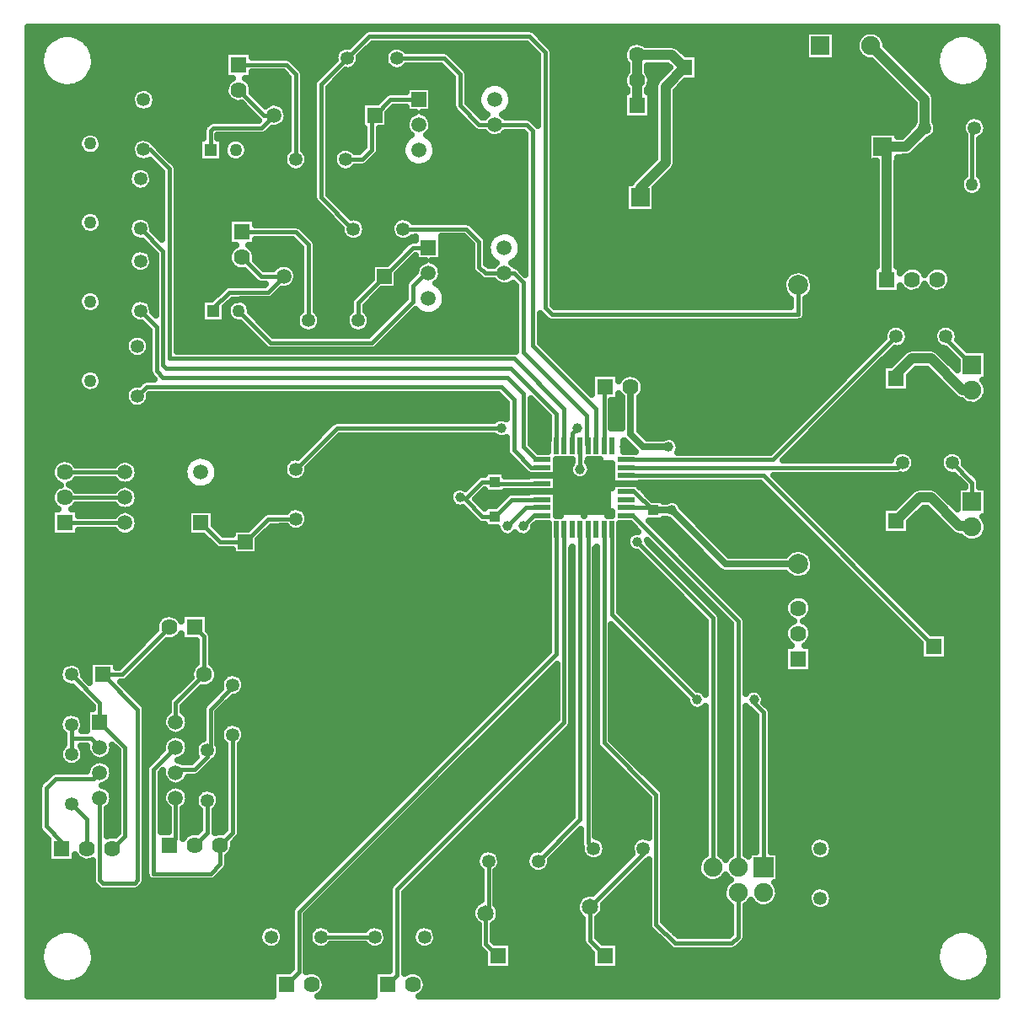
<source format=gtl>
G04 DipTrace 2.4.0.2*
%INAmpControllerPCB.GTL*%
%MOIN*%
%ADD13C,0.0157*%
%ADD14C,0.0394*%
%ADD15C,0.0276*%
%ADD16C,0.025*%
%ADD18R,0.0638X0.0638*%
%ADD19C,0.0638*%
%ADD20R,0.0728X0.0728*%
%ADD21C,0.0728*%
%ADD22R,0.0394X0.0433*%
%ADD23C,0.065*%
%ADD24C,0.063*%
%ADD25R,0.063X0.063*%
%ADD26R,0.0591X0.0591*%
%ADD27C,0.0591*%
%ADD28C,0.0787*%
%ADD29C,0.05*%
%ADD30R,0.05X0.05*%
%ADD31R,0.0748X0.0748*%
%ADD32C,0.0748*%
%ADD33C,0.0531*%
%ADD35R,0.0669X0.0197*%
%ADD36R,0.0197X0.0669*%
%ADD37R,0.0787X0.0787*%
%FSLAX44Y44*%
G04*
G70*
G90*
G75*
G01*
%LNTop*%
%LPD*%
X18187Y39307D2*
D13*
X18812Y39932D1*
X19937D1*
X18187Y39307D2*
X18062Y39182D1*
Y37932D1*
X17687Y37557D1*
X17031D1*
X16062Y6807D2*
X18187D1*
X22937Y24807D2*
X22437D1*
X21750Y24120D1*
X22437Y23432D1*
X22937D1*
Y24807D2*
X23007Y24737D1*
X24812D1*
X22937Y23432D2*
X23612Y24107D1*
X24812D1*
X21750Y24120D2*
X21687Y24182D1*
X21562D1*
X37812Y42057D2*
D14*
X39937Y39932D1*
Y38807D1*
X39187Y38057D1*
X38281D1*
X38437Y37901D1*
Y32807D1*
X17094Y41557D2*
D13*
X17969Y42432D1*
X24312D1*
X24937Y41807D1*
Y31682D1*
X25187Y31432D1*
X34937D1*
Y32581D1*
X17094Y41557D2*
X16062Y40526D1*
Y36057D1*
X17312Y34807D1*
X17344D1*
X30656Y36057D2*
D14*
X31437Y36839D1*
Y41182D1*
X29187Y24351D2*
D13*
X28801Y24737D1*
X28119D1*
X22937Y25476D2*
X23361Y25052D1*
X24812D1*
X22937Y24101D2*
X23258Y24422D1*
X24812D1*
X41812Y22018D2*
D14*
X41726Y21932D1*
X40937D1*
X39812Y23057D1*
Y23268D1*
Y28893D2*
X41273Y27432D1*
X41812D1*
X11312Y24182D2*
D13*
X12187D1*
X13062Y25057D1*
Y26408D1*
X22437Y24182D2*
X22518Y24101D1*
X22937D1*
X22437Y25432D2*
X22481Y25476D1*
X22937D1*
X29187Y24351D2*
X29356Y24182D1*
X33562D1*
X38562Y19182D1*
Y18057D1*
X39312Y17307D1*
X40312D1*
D14*
X41187D1*
Y21393D1*
X41812Y22018D1*
X24062Y6057D2*
D13*
X24546Y6541D1*
Y7747D1*
X28312Y6057D2*
X28671Y6416D1*
Y7997D1*
X41812Y22018D2*
D14*
X42687Y22893D1*
Y26432D1*
X41812Y27307D1*
Y27432D1*
X42562Y28182D1*
Y28307D1*
X42687Y28432D1*
Y31182D1*
X42062Y31807D1*
X36812D1*
X36659Y31960D1*
X36187Y32432D1*
Y33807D1*
X35687Y34307D1*
X33937D1*
X32187Y36057D1*
X30656D1*
X36659Y31960D2*
D13*
X34631Y29932D1*
X30562D1*
X29312Y28682D1*
Y28557D1*
X30437Y41182D2*
D14*
X29937Y41682D1*
X28562D1*
Y40682D1*
Y39682D1*
X30437Y41182D2*
X29687Y40432D1*
Y37432D1*
X28687Y36432D1*
Y36057D1*
X12812Y40307D2*
D13*
X13812Y39307D1*
X14211D1*
X13711Y38807D1*
X11812D1*
X11687Y38682D1*
Y37932D1*
X41906Y38807D2*
X41812Y38714D1*
Y36557D1*
X26938Y26233D2*
X26937Y26234D1*
Y27682D1*
X24437Y30182D1*
Y38682D1*
X24187Y38932D1*
X22937D1*
X19062Y41557D2*
X20937D1*
X21562Y40932D1*
Y39682D1*
X22312Y38932D1*
X22937D1*
X15062Y37557D2*
Y40932D1*
X14687Y41307D1*
X12812D1*
X18562Y32932D2*
X17531Y31901D1*
Y31182D1*
X18562Y32932D2*
X19687Y34057D1*
X20312D1*
X26623Y26233D2*
X26562Y26294D1*
Y27432D1*
X24062Y29932D1*
Y32682D1*
X23687Y33057D1*
X23312D1*
X19312Y34807D2*
X21812D1*
X22312Y34307D1*
Y33307D1*
X22562Y33057D1*
X23312D1*
X18687Y4932D2*
X19062Y5307D1*
Y8682D1*
X25678Y15298D1*
Y22926D1*
X12062Y10432D2*
X12562Y10932D1*
Y14807D1*
X10312Y14307D2*
X9437Y13432D1*
Y9307D1*
X11687D1*
X12062Y9682D1*
Y10432D1*
X9046Y37948D2*
X9296D1*
X10062Y37182D1*
Y29682D1*
X23687D1*
X25678Y27691D1*
Y26233D1*
X11562Y14182D2*
X11687Y14307D1*
Y15807D1*
X12562Y16682D1*
Y16776D1*
X10312Y13307D2*
X10437Y13432D1*
X11062D1*
X11562Y13932D1*
Y14182D1*
X14687Y4932D2*
X15187Y5432D1*
Y7807D1*
X25363Y17983D1*
Y22926D1*
X32562Y8557D2*
Y6807D1*
X32312Y6557D1*
X30062D1*
X29312Y7307D1*
Y12432D1*
X27253Y14491D1*
Y22926D1*
X26844Y10307D2*
X26623Y10528D1*
Y22926D1*
X24656Y9807D2*
X26308Y11460D1*
Y22926D1*
X33562Y9557D2*
Y15682D1*
X33187Y16057D1*
Y16182D1*
X30937D2*
X27568Y19551D1*
Y22926D1*
X32562Y9557D2*
Y19307D1*
X28392Y23477D1*
X28119D1*
X41812Y29432D2*
X40781Y30464D1*
Y30557D1*
X39062Y25557D2*
X38872Y25367D1*
X28119D1*
X38812Y30557D2*
X33937Y25682D1*
X28119D1*
X41812Y23018D2*
X41773Y23057D1*
X38812Y23432D2*
Y23268D1*
X41812Y23018D2*
D14*
X41773Y23057D1*
X41312D1*
X40187Y24182D1*
X39726D1*
X38812Y23268D1*
X41812Y28432D2*
X41437D1*
X40187Y29682D1*
X39437D1*
X38812Y29057D1*
Y28893D1*
X41031Y25557D2*
D13*
X41812Y24776D1*
Y24018D1*
X23437Y23057D2*
X24172Y23792D1*
X24812D1*
X24062Y23057D2*
X24482Y23477D1*
X24812D1*
X8921Y34823D2*
X9812Y33932D1*
Y29432D1*
X9937Y29307D1*
X23562D1*
X25363Y27506D1*
Y26233D1*
X8921Y31573D2*
X9562Y30932D1*
Y29182D1*
X9812Y28932D1*
X23437D1*
X24062Y28307D1*
Y26182D1*
X24562Y25682D1*
X24812D1*
X40312Y18307D2*
X33567Y25052D1*
X28119D1*
X29187Y23682D2*
X28447Y24422D1*
X28119D1*
X29187Y23682D2*
X29077Y23792D1*
X28119D1*
X28312Y28557D2*
D15*
Y26682D1*
X28812Y26182D1*
X29812D1*
X29187Y23682D2*
X29937D1*
X32062Y21557D1*
X34937D1*
X27312Y28557D2*
D13*
X27253Y28498D1*
Y26233D1*
X26312Y25307D2*
X26308Y25311D1*
Y26233D1*
X31562Y9557D2*
Y19432D1*
X28562Y22432D1*
X8796Y28198D2*
X9156Y28557D1*
X23187D1*
X23687Y28057D1*
Y26057D1*
X24377Y25367D1*
X24812D1*
X5937Y23182D2*
X8312D1*
X15062Y25307D2*
X16687Y26932D1*
X23187D1*
X26187D2*
X25993Y26738D1*
Y26233D1*
X11312Y23182D2*
X12062Y22432D1*
X13062D1*
X13969Y23339D1*
X15062D1*
X8312Y24182D2*
X5937D1*
Y25182D2*
X8312D1*
X27312Y6057D2*
X26703Y6666D1*
Y7997D1*
X28812Y10106D1*
Y10307D1*
X23062Y6057D2*
X22578Y6541D1*
Y7747D1*
X22687Y7856D1*
Y9807D1*
X12937Y33682D2*
X13687Y32932D1*
X14586D1*
X13961Y32307D1*
X12437D1*
X11812Y31682D1*
Y31557D1*
X10062Y10432D2*
X10312Y10682D1*
Y12307D1*
X12937Y34682D2*
X15062D1*
X15562Y34182D1*
Y31182D1*
X12812Y31557D2*
X14062Y30307D1*
X18062D1*
X19687Y31932D1*
Y32557D1*
X20187Y33057D1*
X20312D1*
X11062Y10432D2*
X11562Y10932D1*
Y12214D1*
X6187Y17182D2*
X7312Y16057D1*
Y15307D1*
X7812Y10307D2*
X8312Y10807D1*
Y14307D1*
X7312Y15307D1*
X6187Y15214D2*
X6203Y15198D1*
Y14662D1*
Y14041D1*
X7312Y14307D2*
X6958Y14662D1*
X6203D1*
X7312Y13307D2*
X7062Y13057D1*
X5562D1*
X5187Y12682D1*
Y11182D1*
X5812Y10557D1*
Y10307D1*
X6203Y12073D2*
X6812Y11464D1*
Y10307D1*
X11062Y19057D2*
X11437Y18682D1*
Y17182D1*
X10312Y16057D1*
Y15307D1*
X10062Y19057D2*
X8187Y17182D1*
X7437D1*
X8812Y15807D1*
Y9057D1*
X8687Y8932D1*
X7437D1*
X7312Y9057D1*
Y12307D1*
D14*
X23437Y23057D3*
X24062D3*
X26312Y25307D3*
X28562Y22432D3*
X26187Y26932D3*
X23187D3*
X21562Y24182D3*
X22437D3*
Y25432D3*
X33187Y16182D3*
X30937D3*
X29937Y23682D3*
X29812Y26182D3*
X28437Y20682D3*
X29687Y19307D3*
X30937Y18307D3*
X32062Y17307D3*
X24562Y27682D3*
X27687Y27307D3*
X28062Y26182D3*
X19937Y10932D3*
X18812Y9557D3*
X33062Y14182D3*
X4481Y42540D2*
D16*
X17636D1*
X24643D2*
X35198D1*
X36424D2*
X37452D1*
X38174D2*
X42765D1*
X4481Y42291D2*
X5343D1*
X6717D2*
X17390D1*
X24893D2*
X35198D1*
X36424D2*
X37249D1*
X38377D2*
X40776D1*
X42151D2*
X42765D1*
X4481Y42042D2*
X5116D1*
X6944D2*
X17140D1*
X18018D2*
X24265D1*
X25139D2*
X28144D1*
X30158D2*
X35198D1*
X36424D2*
X37198D1*
X38432D2*
X40550D1*
X42377D2*
X42765D1*
X4481Y41794D2*
X4999D1*
X7065D2*
X12253D1*
X13369D2*
X16651D1*
X17768D2*
X18620D1*
X21135D2*
X24511D1*
X25256D2*
X28015D1*
X30432D2*
X35198D1*
X36424D2*
X37261D1*
X38682D2*
X40433D1*
X42494D2*
X42765D1*
X4481Y41545D2*
X4948D1*
X7112D2*
X12253D1*
X14881D2*
X16589D1*
X17596D2*
X18558D1*
X21389D2*
X24620D1*
X25256D2*
X28023D1*
X30994D2*
X35198D1*
X36424D2*
X37499D1*
X38928D2*
X40382D1*
X42545D2*
X42765D1*
X4481Y41296D2*
X4960D1*
X7104D2*
X12253D1*
X15135D2*
X16394D1*
X17522D2*
X18636D1*
X21635D2*
X24620D1*
X25256D2*
X28128D1*
X30994D2*
X37968D1*
X39178D2*
X40394D1*
X42533D2*
X42765D1*
X4481Y41048D2*
X5030D1*
X7030D2*
X12253D1*
X15354D2*
X16144D1*
X17022D2*
X21007D1*
X21854D2*
X24620D1*
X25256D2*
X28128D1*
X28998D2*
X29698D1*
X30994D2*
X38218D1*
X39428D2*
X40464D1*
X42463D2*
X42765D1*
X4481Y40799D2*
X5179D1*
X6881D2*
X12253D1*
X13369D2*
X14745D1*
X15381D2*
X15898D1*
X16776D2*
X21245D1*
X21881D2*
X24620D1*
X25256D2*
X28019D1*
X29108D2*
X29448D1*
X30994D2*
X38464D1*
X39674D2*
X40612D1*
X42315D2*
X42765D1*
X4481Y40550D2*
X5468D1*
X6592D2*
X12312D1*
X13311D2*
X14745D1*
X15381D2*
X15745D1*
X16526D2*
X21245D1*
X21881D2*
X22663D1*
X23209D2*
X24620D1*
X25256D2*
X28023D1*
X29104D2*
X29269D1*
X30412D2*
X38714D1*
X39924D2*
X40901D1*
X42026D2*
X42765D1*
X4481Y40302D2*
X8737D1*
X9358D2*
X12253D1*
X13369D2*
X14745D1*
X15381D2*
X15745D1*
X16381D2*
X19401D1*
X20471D2*
X21245D1*
X21881D2*
X22358D1*
X23518D2*
X24620D1*
X25256D2*
X28128D1*
X28998D2*
X29253D1*
X30162D2*
X38964D1*
X40174D2*
X42765D1*
X4481Y40053D2*
X8562D1*
X9530D2*
X12319D1*
X13506D2*
X14745D1*
X15381D2*
X15745D1*
X16381D2*
X18495D1*
X20471D2*
X21245D1*
X21881D2*
X22257D1*
X23615D2*
X24620D1*
X25256D2*
X28003D1*
X29119D2*
X29250D1*
X30123D2*
X39210D1*
X40354D2*
X42765D1*
X4481Y39804D2*
X8554D1*
X9537D2*
X12612D1*
X13752D2*
X14077D1*
X14345D2*
X14745D1*
X15381D2*
X15745D1*
X16381D2*
X17651D1*
X20471D2*
X21245D1*
X21881D2*
X22257D1*
X23615D2*
X24620D1*
X25256D2*
X28003D1*
X29119D2*
X29250D1*
X30123D2*
X39460D1*
X40373D2*
X42765D1*
X4481Y39555D2*
X8706D1*
X9385D2*
X13124D1*
X15381D2*
X15745D1*
X16381D2*
X17651D1*
X18873D2*
X19401D1*
X20471D2*
X21273D1*
X22127D2*
X22362D1*
X23510D2*
X24620D1*
X25256D2*
X28003D1*
X29119D2*
X29250D1*
X30123D2*
X39503D1*
X40373D2*
X42765D1*
X4481Y39307D2*
X13374D1*
X15381D2*
X15745D1*
X16381D2*
X17651D1*
X18721D2*
X19569D1*
X20307D2*
X21499D1*
X22377D2*
X22569D1*
X23307D2*
X24620D1*
X25256D2*
X28003D1*
X29119D2*
X29250D1*
X30123D2*
X39503D1*
X40373D2*
X42765D1*
X4481Y39058D2*
X11636D1*
X15381D2*
X15745D1*
X16381D2*
X17651D1*
X18721D2*
X19417D1*
X20455D2*
X21749D1*
X25256D2*
X29253D1*
X30123D2*
X39503D1*
X40373D2*
X41472D1*
X42338D2*
X42765D1*
X4481Y38809D2*
X11398D1*
X14342D2*
X14745D1*
X15381D2*
X15745D1*
X16381D2*
X17651D1*
X18721D2*
X19417D1*
X20455D2*
X21995D1*
X25256D2*
X29253D1*
X30123D2*
X39335D1*
X40440D2*
X41401D1*
X42408D2*
X42765D1*
X4481Y38561D2*
X6644D1*
X7229D2*
X11370D1*
X13893D2*
X14745D1*
X15381D2*
X15745D1*
X16381D2*
X17745D1*
X18381D2*
X19565D1*
X20311D2*
X22565D1*
X23311D2*
X24120D1*
X25256D2*
X29253D1*
X30123D2*
X37679D1*
X38885D2*
X39085D1*
X40373D2*
X41468D1*
X42342D2*
X42765D1*
X4481Y38312D2*
X6468D1*
X7408D2*
X8710D1*
X9381D2*
X11198D1*
X12174D2*
X12398D1*
X12979D2*
X14745D1*
X15381D2*
X15745D1*
X16381D2*
X17745D1*
X18381D2*
X19366D1*
X20510D2*
X24120D1*
X25256D2*
X29253D1*
X30123D2*
X37679D1*
X40049D2*
X41495D1*
X42131D2*
X42765D1*
X4481Y38063D2*
X6464D1*
X7408D2*
X8558D1*
X9619D2*
X11198D1*
X13158D2*
X14745D1*
X15381D2*
X15745D1*
X16381D2*
X17745D1*
X18381D2*
X19257D1*
X20615D2*
X24120D1*
X25256D2*
X29253D1*
X30123D2*
X37679D1*
X39799D2*
X41495D1*
X42131D2*
X42765D1*
X4481Y37815D2*
X6628D1*
X7244D2*
X8562D1*
X9869D2*
X11198D1*
X13162D2*
X14632D1*
X15490D2*
X15745D1*
X16381D2*
X16601D1*
X18354D2*
X19257D1*
X20619D2*
X24120D1*
X25256D2*
X29253D1*
X30123D2*
X37679D1*
X39549D2*
X41495D1*
X42131D2*
X42765D1*
X4481Y37566D2*
X8733D1*
X10115D2*
X11198D1*
X12174D2*
X12378D1*
X12998D2*
X14558D1*
X15565D2*
X15745D1*
X16381D2*
X16524D1*
X18135D2*
X19355D1*
X20518D2*
X24120D1*
X25256D2*
X29214D1*
X30123D2*
X37679D1*
X38885D2*
X41495D1*
X42131D2*
X42765D1*
X4481Y37317D2*
X9487D1*
X10346D2*
X14620D1*
X15502D2*
X15745D1*
X16381D2*
X16589D1*
X17881D2*
X19655D1*
X20217D2*
X24120D1*
X25256D2*
X28968D1*
X30108D2*
X38003D1*
X38873D2*
X41495D1*
X42131D2*
X42765D1*
X4481Y37069D2*
X8507D1*
X9338D2*
X9737D1*
X10381D2*
X15745D1*
X16381D2*
X24120D1*
X25256D2*
X28718D1*
X29928D2*
X38003D1*
X38873D2*
X41495D1*
X42131D2*
X42765D1*
X4481Y36820D2*
X8417D1*
X9424D2*
X9745D1*
X10381D2*
X15745D1*
X16381D2*
X24120D1*
X25256D2*
X28468D1*
X29682D2*
X38003D1*
X38873D2*
X41405D1*
X42217D2*
X42765D1*
X4481Y36571D2*
X8472D1*
X9373D2*
X9745D1*
X10381D2*
X15745D1*
X16381D2*
X24120D1*
X25256D2*
X28085D1*
X29432D2*
X38003D1*
X38873D2*
X41323D1*
X42299D2*
X42765D1*
X4481Y36323D2*
X8796D1*
X9045D2*
X9745D1*
X10381D2*
X15745D1*
X16381D2*
X24120D1*
X25256D2*
X28085D1*
X29291D2*
X38003D1*
X38873D2*
X41386D1*
X42237D2*
X42765D1*
X4481Y36074D2*
X9745D1*
X10381D2*
X15745D1*
X16483D2*
X24120D1*
X25256D2*
X28085D1*
X29291D2*
X38003D1*
X38873D2*
X42765D1*
X4481Y35825D2*
X9745D1*
X10381D2*
X15855D1*
X16733D2*
X24120D1*
X25256D2*
X28085D1*
X29291D2*
X38003D1*
X38873D2*
X42765D1*
X4481Y35576D2*
X9745D1*
X10381D2*
X16105D1*
X16983D2*
X24120D1*
X25256D2*
X28085D1*
X29291D2*
X38003D1*
X38873D2*
X42765D1*
X4481Y35328D2*
X6534D1*
X7338D2*
X9745D1*
X10381D2*
X16355D1*
X17229D2*
X24120D1*
X25256D2*
X38003D1*
X38873D2*
X42765D1*
X4481Y35079D2*
X6448D1*
X7424D2*
X8491D1*
X9350D2*
X9745D1*
X10381D2*
X12378D1*
X13494D2*
X16601D1*
X17764D2*
X18894D1*
X21944D2*
X24120D1*
X25256D2*
X38003D1*
X38873D2*
X42765D1*
X4481Y34830D2*
X6507D1*
X7365D2*
X8417D1*
X9424D2*
X9745D1*
X10381D2*
X12378D1*
X15354D2*
X16839D1*
X17846D2*
X18808D1*
X22229D2*
X24120D1*
X25256D2*
X38003D1*
X38873D2*
X42765D1*
X4481Y34582D2*
X8483D1*
X9600D2*
X9745D1*
X10381D2*
X12378D1*
X15600D2*
X16894D1*
X17791D2*
X18862D1*
X22475D2*
X22878D1*
X23748D2*
X24120D1*
X25256D2*
X38003D1*
X38873D2*
X42765D1*
X4481Y34333D2*
X8972D1*
X10381D2*
X12378D1*
X13494D2*
X14972D1*
X15838D2*
X17249D1*
X17438D2*
X19218D1*
X19411D2*
X19565D1*
X20846D2*
X21847D1*
X23944D2*
X24120D1*
X25256D2*
X38003D1*
X38873D2*
X42765D1*
X4481Y34084D2*
X9222D1*
X10381D2*
X12562D1*
X13311D2*
X15222D1*
X15881D2*
X19276D1*
X20846D2*
X21995D1*
X25256D2*
X38003D1*
X38873D2*
X42765D1*
X4481Y33836D2*
X8519D1*
X9326D2*
X9472D1*
X10381D2*
X12401D1*
X13471D2*
X15245D1*
X15881D2*
X19026D1*
X20846D2*
X21995D1*
X23967D2*
X24120D1*
X25256D2*
X38003D1*
X38873D2*
X42765D1*
X4481Y33587D2*
X8421D1*
X10381D2*
X12390D1*
X13487D2*
X15245D1*
X15881D2*
X18780D1*
X20846D2*
X21995D1*
X22631D2*
X22815D1*
X23811D2*
X24120D1*
X25256D2*
X38003D1*
X38873D2*
X42765D1*
X4481Y33338D2*
X8464D1*
X10381D2*
X12507D1*
X13721D2*
X14253D1*
X14916D2*
X15245D1*
X15881D2*
X18026D1*
X19408D2*
X19862D1*
X20760D2*
X21995D1*
X23791D2*
X24120D1*
X25256D2*
X37878D1*
X38994D2*
X39374D1*
X39501D2*
X40374D1*
X40501D2*
X42765D1*
X4481Y33090D2*
X8737D1*
X9108D2*
X9495D1*
X10381D2*
X13093D1*
X15096D2*
X15245D1*
X15881D2*
X18026D1*
X19158D2*
X19780D1*
X20846D2*
X22093D1*
X25256D2*
X34581D1*
X35295D2*
X37878D1*
X40912D2*
X42765D1*
X4481Y32841D2*
X9495D1*
X10381D2*
X13339D1*
X15112D2*
X15241D1*
X15881D2*
X18026D1*
X19096D2*
X19534D1*
X20799D2*
X22339D1*
X25256D2*
X34362D1*
X35510D2*
X37878D1*
X40994D2*
X42765D1*
X4481Y32592D2*
X9495D1*
X10381D2*
X12347D1*
X14990D2*
X15245D1*
X15881D2*
X17784D1*
X19096D2*
X19370D1*
X20733D2*
X23081D1*
X23545D2*
X23714D1*
X25256D2*
X34304D1*
X35569D2*
X37878D1*
X40948D2*
X42765D1*
X4481Y32344D2*
X6698D1*
X7174D2*
X9495D1*
X10381D2*
X12034D1*
X14436D2*
X15245D1*
X15881D2*
X17534D1*
X18412D2*
X19370D1*
X20940D2*
X23745D1*
X25256D2*
X34355D1*
X35522D2*
X37878D1*
X38994D2*
X39147D1*
X39725D2*
X40151D1*
X40725D2*
X42765D1*
X4481Y32095D2*
X6480D1*
X7397D2*
X9495D1*
X10381D2*
X11788D1*
X14186D2*
X15245D1*
X15881D2*
X17288D1*
X18162D2*
X19370D1*
X21002D2*
X23745D1*
X25256D2*
X34546D1*
X35326D2*
X42765D1*
X4481Y31846D2*
X6456D1*
X7416D2*
X8503D1*
X9338D2*
X9495D1*
X10381D2*
X11323D1*
X13201D2*
X15245D1*
X15881D2*
X17214D1*
X17916D2*
X19163D1*
X20971D2*
X23745D1*
X25256D2*
X34620D1*
X35256D2*
X42765D1*
X4481Y31597D2*
X6593D1*
X7283D2*
X8417D1*
X10381D2*
X11323D1*
X13299D2*
X15245D1*
X15881D2*
X17214D1*
X17846D2*
X18913D1*
X20819D2*
X23745D1*
X35256D2*
X42765D1*
X4481Y31349D2*
X8472D1*
X10381D2*
X11323D1*
X13459D2*
X15089D1*
X16037D2*
X17058D1*
X18006D2*
X18667D1*
X19541D2*
X23745D1*
X35240D2*
X42765D1*
X4481Y31100D2*
X8815D1*
X10381D2*
X11323D1*
X12299D2*
X12710D1*
X13709D2*
X15065D1*
X16061D2*
X17034D1*
X18030D2*
X18417D1*
X19295D2*
X23745D1*
X24756D2*
X42765D1*
X4481Y30851D2*
X9206D1*
X10381D2*
X13081D1*
X13955D2*
X15190D1*
X15936D2*
X17159D1*
X17901D2*
X18167D1*
X19045D2*
X23745D1*
X24756D2*
X38409D1*
X39217D2*
X40378D1*
X41186D2*
X42765D1*
X4481Y30603D2*
X8573D1*
X9018D2*
X9245D1*
X10381D2*
X13327D1*
X14205D2*
X17921D1*
X18795D2*
X23745D1*
X24756D2*
X38312D1*
X39315D2*
X40276D1*
X41283D2*
X42765D1*
X4481Y30354D2*
X8331D1*
X10381D2*
X13577D1*
X18549D2*
X23745D1*
X24756D2*
X38171D1*
X39272D2*
X40319D1*
X41330D2*
X42765D1*
X4481Y30105D2*
X8296D1*
X10381D2*
X13827D1*
X18299D2*
X23745D1*
X24951D2*
X37921D1*
X38998D2*
X40597D1*
X41576D2*
X42765D1*
X4481Y29857D2*
X8405D1*
X25201D2*
X37675D1*
X38549D2*
X39007D1*
X40619D2*
X40948D1*
X42424D2*
X42765D1*
X4481Y29608D2*
X9245D1*
X25451D2*
X37425D1*
X38303D2*
X38757D1*
X40865D2*
X41198D1*
X42424D2*
X42765D1*
X4481Y29359D2*
X9245D1*
X25698D2*
X37175D1*
X38053D2*
X38253D1*
X42424D2*
X42765D1*
X4481Y29111D2*
X6562D1*
X7311D2*
X9253D1*
X25948D2*
X36929D1*
X37803D2*
X38253D1*
X39471D2*
X40151D1*
X42424D2*
X42765D1*
X4481Y28862D2*
X6452D1*
X7424D2*
X9444D1*
X26198D2*
X26753D1*
X28772D2*
X36679D1*
X37557D2*
X38253D1*
X39369D2*
X40401D1*
X42424D2*
X42765D1*
X4481Y28613D2*
X6491D1*
X7385D2*
X8530D1*
X26444D2*
X26753D1*
X28865D2*
X36429D1*
X37307D2*
X38253D1*
X39369D2*
X40651D1*
X42397D2*
X42765D1*
X4481Y28365D2*
X6773D1*
X7100D2*
X8323D1*
X28834D2*
X36183D1*
X37057D2*
X38253D1*
X39369D2*
X40898D1*
X42420D2*
X42765D1*
X4481Y28116D2*
X8300D1*
X9295D2*
X23190D1*
X28690D2*
X35933D1*
X36811D2*
X41151D1*
X42330D2*
X42765D1*
X4481Y27867D2*
X8425D1*
X9170D2*
X23370D1*
X24381D2*
X24565D1*
X27569D2*
X27937D1*
X28690D2*
X35683D1*
X36561D2*
X41624D1*
X41998D2*
X42765D1*
X4481Y27618D2*
X23370D1*
X24381D2*
X24812D1*
X27569D2*
X27937D1*
X28690D2*
X35437D1*
X36311D2*
X42765D1*
X4481Y27370D2*
X23370D1*
X24381D2*
X25046D1*
X27569D2*
X27937D1*
X28690D2*
X35187D1*
X36065D2*
X42765D1*
X4481Y27121D2*
X16437D1*
X24381D2*
X25046D1*
X27569D2*
X27937D1*
X28690D2*
X34937D1*
X35815D2*
X42765D1*
X4481Y26872D2*
X16190D1*
X24381D2*
X25046D1*
X28690D2*
X34690D1*
X35565D2*
X42765D1*
X4481Y26624D2*
X15940D1*
X16819D2*
X22890D1*
X24381D2*
X25026D1*
X28893D2*
X34440D1*
X35319D2*
X42765D1*
X4481Y26375D2*
X15690D1*
X16569D2*
X23370D1*
X24381D2*
X25026D1*
X30198D2*
X34190D1*
X35069D2*
X42765D1*
X4481Y26126D2*
X15444D1*
X16319D2*
X23370D1*
X24557D2*
X25026D1*
X28061D2*
X28347D1*
X30244D2*
X33944D1*
X34819D2*
X42765D1*
X4481Y25878D2*
X15194D1*
X16073D2*
X23433D1*
X34573D2*
X38679D1*
X39444D2*
X40648D1*
X41412D2*
X42765D1*
X4481Y25629D2*
X5624D1*
X6252D2*
X8042D1*
X8580D2*
X10792D1*
X11830D2*
X14683D1*
X15823D2*
X23675D1*
X25385D2*
X25991D1*
X26627D2*
X27073D1*
X39561D2*
X40530D1*
X41530D2*
X42765D1*
X4481Y25380D2*
X5417D1*
X8807D2*
X10651D1*
X11975D2*
X14562D1*
X15573D2*
X23925D1*
X25385D2*
X25882D1*
X26740D2*
X27546D1*
X39533D2*
X40562D1*
X41647D2*
X42765D1*
X4481Y25132D2*
X5382D1*
X8842D2*
X10624D1*
X12002D2*
X14593D1*
X15533D2*
X22503D1*
X23373D2*
X24179D1*
X25385D2*
X25917D1*
X26709D2*
X27546D1*
X39307D2*
X40784D1*
X41893D2*
X42765D1*
X4481Y24883D2*
X5472D1*
X6401D2*
X7874D1*
X8748D2*
X10690D1*
X11932D2*
X14815D1*
X15311D2*
X22073D1*
X25385D2*
X27546D1*
X34174D2*
X41265D1*
X42108D2*
X42765D1*
X4481Y24634D2*
X5632D1*
X6244D2*
X8054D1*
X8573D2*
X10909D1*
X11717D2*
X21827D1*
X25385D2*
X27546D1*
X28694D2*
X33546D1*
X34424D2*
X41495D1*
X42131D2*
X42765D1*
X4481Y24385D2*
X5421D1*
X8803D2*
X21179D1*
X25385D2*
X27390D1*
X28920D2*
X33796D1*
X34670D2*
X39323D1*
X40588D2*
X41198D1*
X42424D2*
X42765D1*
X4481Y24137D2*
X5382D1*
X8842D2*
X21128D1*
X22205D2*
X23202D1*
X25385D2*
X27390D1*
X29170D2*
X34042D1*
X34920D2*
X39073D1*
X40838D2*
X41198D1*
X42424D2*
X42765D1*
X4481Y23888D2*
X5468D1*
X6405D2*
X7870D1*
X8752D2*
X21249D1*
X22420D2*
X22956D1*
X25385D2*
X27390D1*
X30319D2*
X34292D1*
X35170D2*
X38827D1*
X42424D2*
X42765D1*
X4481Y23639D2*
X5378D1*
X6494D2*
X8065D1*
X8561D2*
X10776D1*
X11846D2*
X14663D1*
X15459D2*
X21792D1*
X25385D2*
X27390D1*
X30502D2*
X34542D1*
X35416D2*
X38253D1*
X39787D2*
X40124D1*
X42424D2*
X42765D1*
X4481Y23391D2*
X5378D1*
X8803D2*
X10776D1*
X11846D2*
X13581D1*
X15565D2*
X22038D1*
X30752D2*
X34788D1*
X35666D2*
X38253D1*
X39541D2*
X40374D1*
X42291D2*
X42765D1*
X4481Y23142D2*
X5378D1*
X8846D2*
X10776D1*
X11846D2*
X13335D1*
X15526D2*
X22374D1*
X24584D2*
X25026D1*
X27905D2*
X28288D1*
X29166D2*
X29956D1*
X30998D2*
X35038D1*
X35916D2*
X38253D1*
X39369D2*
X40620D1*
X42412D2*
X42765D1*
X4481Y22893D2*
X5378D1*
X8756D2*
X10776D1*
X12037D2*
X12526D1*
X13963D2*
X14858D1*
X15264D2*
X23034D1*
X24463D2*
X25026D1*
X27905D2*
X28538D1*
X29412D2*
X30202D1*
X31248D2*
X35288D1*
X36162D2*
X38253D1*
X39369D2*
X40870D1*
X42412D2*
X42765D1*
X4481Y22645D2*
X11409D1*
X13713D2*
X25026D1*
X27905D2*
X28187D1*
X29662D2*
X30452D1*
X31498D2*
X35534D1*
X36412D2*
X41335D1*
X42291D2*
X42765D1*
X4481Y22396D2*
X11659D1*
X13596D2*
X25026D1*
X27905D2*
X28128D1*
X29912D2*
X30702D1*
X31744D2*
X35784D1*
X36662D2*
X42765D1*
X4481Y22147D2*
X11972D1*
X13596D2*
X25046D1*
X27885D2*
X28241D1*
X30158D2*
X30948D1*
X31994D2*
X34769D1*
X35104D2*
X36034D1*
X36908D2*
X42765D1*
X4481Y21899D2*
X25046D1*
X27885D2*
X28655D1*
X30408D2*
X31198D1*
X35463D2*
X36280D1*
X37158D2*
X42765D1*
X4481Y21650D2*
X25046D1*
X27885D2*
X28905D1*
X30658D2*
X31448D1*
X35561D2*
X36530D1*
X37408D2*
X42765D1*
X4481Y21401D2*
X25046D1*
X27885D2*
X29155D1*
X30905D2*
X31694D1*
X35549D2*
X36780D1*
X37655D2*
X42765D1*
X4481Y21153D2*
X25046D1*
X27885D2*
X29401D1*
X31155D2*
X34460D1*
X35416D2*
X37026D1*
X37905D2*
X42765D1*
X4481Y20904D2*
X25046D1*
X27885D2*
X29651D1*
X31405D2*
X37276D1*
X38155D2*
X42765D1*
X4481Y20655D2*
X25046D1*
X27885D2*
X29901D1*
X31651D2*
X37526D1*
X38401D2*
X42765D1*
X4481Y20406D2*
X25046D1*
X27885D2*
X30148D1*
X31901D2*
X37773D1*
X38651D2*
X42765D1*
X4481Y20158D2*
X25046D1*
X27885D2*
X30398D1*
X32151D2*
X34511D1*
X35362D2*
X38023D1*
X38901D2*
X42765D1*
X4481Y19909D2*
X25046D1*
X27885D2*
X30648D1*
X32397D2*
X34390D1*
X35487D2*
X38273D1*
X39147D2*
X42765D1*
X4481Y19660D2*
X25046D1*
X27897D2*
X30894D1*
X32647D2*
X34401D1*
X35475D2*
X38519D1*
X39397D2*
X42765D1*
X4481Y19412D2*
X9640D1*
X11619D2*
X25046D1*
X28147D2*
X31144D1*
X31881D2*
X32017D1*
X32862D2*
X34554D1*
X35319D2*
X38769D1*
X39647D2*
X42765D1*
X4481Y19163D2*
X9515D1*
X11619D2*
X25046D1*
X28393D2*
X31245D1*
X31881D2*
X32245D1*
X32881D2*
X34515D1*
X35358D2*
X39019D1*
X39893D2*
X42765D1*
X4481Y18914D2*
X9480D1*
X11643D2*
X25046D1*
X27569D2*
X27765D1*
X28643D2*
X31245D1*
X31881D2*
X32245D1*
X32881D2*
X34390D1*
X35483D2*
X39265D1*
X40143D2*
X42765D1*
X4481Y18666D2*
X9233D1*
X11756D2*
X25046D1*
X27569D2*
X28015D1*
X28893D2*
X31245D1*
X31881D2*
X32245D1*
X32881D2*
X34398D1*
X35475D2*
X39515D1*
X40869D2*
X42765D1*
X4481Y18417D2*
X8983D1*
X9862D2*
X11120D1*
X11756D2*
X25046D1*
X27569D2*
X28265D1*
X29139D2*
X31245D1*
X31881D2*
X32245D1*
X32881D2*
X34550D1*
X35326D2*
X39753D1*
X40869D2*
X42765D1*
X4481Y18168D2*
X8733D1*
X9612D2*
X11120D1*
X11756D2*
X25046D1*
X27569D2*
X28511D1*
X29389D2*
X31245D1*
X31881D2*
X32245D1*
X32881D2*
X34378D1*
X35494D2*
X39753D1*
X40869D2*
X42765D1*
X4481Y17920D2*
X8487D1*
X9362D2*
X11120D1*
X11756D2*
X24862D1*
X27569D2*
X28761D1*
X29639D2*
X31245D1*
X31881D2*
X32245D1*
X32881D2*
X34378D1*
X35494D2*
X39753D1*
X40869D2*
X42765D1*
X4481Y17671D2*
X6882D1*
X7990D2*
X8237D1*
X9115D2*
X11120D1*
X11756D2*
X24612D1*
X27569D2*
X29011D1*
X29885D2*
X31245D1*
X31881D2*
X32245D1*
X32881D2*
X34378D1*
X35494D2*
X42765D1*
X4481Y17422D2*
X5749D1*
X6627D2*
X6882D1*
X8865D2*
X10940D1*
X11932D2*
X24362D1*
X27569D2*
X29257D1*
X30135D2*
X31245D1*
X31881D2*
X32245D1*
X32881D2*
X34378D1*
X35494D2*
X42765D1*
X4481Y17174D2*
X5683D1*
X6690D2*
X6882D1*
X8615D2*
X10882D1*
X11990D2*
X12269D1*
X12854D2*
X24116D1*
X24990D2*
X25362D1*
X27569D2*
X29507D1*
X30385D2*
X31245D1*
X31881D2*
X32245D1*
X32881D2*
X42765D1*
X4481Y16925D2*
X5757D1*
X8350D2*
X10741D1*
X11924D2*
X12081D1*
X13041D2*
X23866D1*
X24744D2*
X25362D1*
X27569D2*
X29757D1*
X30631D2*
X31245D1*
X31881D2*
X32245D1*
X32881D2*
X42765D1*
X4481Y16676D2*
X6253D1*
X8381D2*
X10491D1*
X11615D2*
X12069D1*
X13057D2*
X23616D1*
X24494D2*
X25362D1*
X27569D2*
X30003D1*
X30881D2*
X31245D1*
X31881D2*
X32245D1*
X32881D2*
X42765D1*
X4481Y16427D2*
X6503D1*
X8631D2*
X10245D1*
X11119D2*
X11870D1*
X12916D2*
X23370D1*
X24244D2*
X25362D1*
X27569D2*
X30253D1*
X31881D2*
X32245D1*
X33541D2*
X42765D1*
X4481Y16179D2*
X6753D1*
X8877D2*
X10023D1*
X10873D2*
X11620D1*
X12498D2*
X23120D1*
X23998D2*
X25362D1*
X27569D2*
X30503D1*
X31881D2*
X32245D1*
X33623D2*
X42765D1*
X4481Y15930D2*
X6995D1*
X9104D2*
X9995D1*
X10631D2*
X11398D1*
X12248D2*
X22870D1*
X23748D2*
X25362D1*
X27569D2*
X30589D1*
X31881D2*
X32245D1*
X33752D2*
X42765D1*
X4481Y15681D2*
X6058D1*
X6313D2*
X6776D1*
X9131D2*
X9940D1*
X10682D2*
X11370D1*
X12006D2*
X22624D1*
X23498D2*
X25362D1*
X27569D2*
X31245D1*
X31881D2*
X32245D1*
X32881D2*
X33124D1*
X33881D2*
X42765D1*
X4481Y15433D2*
X5737D1*
X6639D2*
X6775D1*
X9131D2*
X9792D1*
X10830D2*
X11370D1*
X12006D2*
X22374D1*
X23252D2*
X25362D1*
X27569D2*
X31245D1*
X31881D2*
X32245D1*
X32881D2*
X33245D1*
X33881D2*
X42765D1*
X4481Y15184D2*
X5683D1*
X9131D2*
X9792D1*
X10830D2*
X11370D1*
X12006D2*
X12241D1*
X12885D2*
X22124D1*
X23002D2*
X25124D1*
X27569D2*
X31245D1*
X31881D2*
X32245D1*
X32881D2*
X33245D1*
X33881D2*
X42765D1*
X4481Y14935D2*
X5773D1*
X9131D2*
X9940D1*
X10686D2*
X11370D1*
X13049D2*
X21878D1*
X22752D2*
X24878D1*
X25752D2*
X25991D1*
X27569D2*
X31245D1*
X31881D2*
X32245D1*
X32881D2*
X33245D1*
X33881D2*
X42765D1*
X4481Y14687D2*
X5886D1*
X9131D2*
X9948D1*
X10674D2*
X11370D1*
X13049D2*
X21628D1*
X22506D2*
X24628D1*
X25506D2*
X25991D1*
X27569D2*
X31245D1*
X31881D2*
X32245D1*
X32881D2*
X33245D1*
X33881D2*
X42765D1*
X4481Y14438D2*
X5886D1*
X9131D2*
X9796D1*
X10830D2*
X11132D1*
X12006D2*
X12230D1*
X12893D2*
X21378D1*
X22256D2*
X24378D1*
X25256D2*
X25991D1*
X27744D2*
X31245D1*
X31881D2*
X32245D1*
X32881D2*
X33245D1*
X33881D2*
X42765D1*
X4481Y14189D2*
X5722D1*
X7830D2*
X7991D1*
X9131D2*
X9757D1*
X10830D2*
X11058D1*
X12065D2*
X12245D1*
X12881D2*
X21132D1*
X22006D2*
X24132D1*
X25006D2*
X25991D1*
X26940D2*
X27116D1*
X27994D2*
X31245D1*
X31881D2*
X32245D1*
X32881D2*
X33245D1*
X33881D2*
X42765D1*
X4481Y13941D2*
X5710D1*
X6698D2*
X6933D1*
X7690D2*
X7995D1*
X9131D2*
X9507D1*
X10690D2*
X11124D1*
X12002D2*
X12245D1*
X12881D2*
X20882D1*
X21760D2*
X23882D1*
X24760D2*
X25991D1*
X26940D2*
X27366D1*
X28240D2*
X31245D1*
X31881D2*
X32245D1*
X32881D2*
X33245D1*
X33881D2*
X42765D1*
X4481Y13692D2*
X5851D1*
X6557D2*
X6952D1*
X7670D2*
X7995D1*
X9131D2*
X9260D1*
X11760D2*
X12245D1*
X12881D2*
X20632D1*
X21510D2*
X23632D1*
X24510D2*
X25991D1*
X26940D2*
X27612D1*
X28490D2*
X31245D1*
X31881D2*
X32245D1*
X32881D2*
X33245D1*
X33881D2*
X42765D1*
X4481Y13443D2*
X6796D1*
X7826D2*
X7995D1*
X11510D2*
X12245D1*
X12881D2*
X20386D1*
X21260D2*
X23386D1*
X24260D2*
X25991D1*
X26940D2*
X27862D1*
X28740D2*
X31245D1*
X31881D2*
X32245D1*
X32881D2*
X33245D1*
X33881D2*
X42765D1*
X4481Y13195D2*
X5261D1*
X7834D2*
X7995D1*
X11256D2*
X12245D1*
X12881D2*
X20136D1*
X21014D2*
X23136D1*
X24014D2*
X25991D1*
X26940D2*
X28112D1*
X28987D2*
X31245D1*
X31881D2*
X32245D1*
X32881D2*
X33245D1*
X33881D2*
X42765D1*
X4481Y12946D2*
X5011D1*
X7694D2*
X7995D1*
X9756D2*
X9927D1*
X10694D2*
X12245D1*
X12881D2*
X19886D1*
X20764D2*
X22886D1*
X23764D2*
X25991D1*
X26940D2*
X28358D1*
X29237D2*
X31245D1*
X31881D2*
X32245D1*
X32881D2*
X33245D1*
X33881D2*
X42765D1*
X4481Y12697D2*
X4870D1*
X7662D2*
X7995D1*
X9756D2*
X9960D1*
X10662D2*
X12245D1*
X12881D2*
X19640D1*
X20514D2*
X22640D1*
X23514D2*
X25991D1*
X26940D2*
X28608D1*
X29487D2*
X31245D1*
X31881D2*
X32245D1*
X32881D2*
X33245D1*
X33881D2*
X42765D1*
X4481Y12448D2*
X4870D1*
X7826D2*
X7995D1*
X10826D2*
X11120D1*
X12006D2*
X12245D1*
X12881D2*
X19390D1*
X20268D2*
X22390D1*
X23268D2*
X25991D1*
X26940D2*
X28858D1*
X29627D2*
X31245D1*
X31881D2*
X32245D1*
X32881D2*
X33245D1*
X33881D2*
X42765D1*
X4481Y12200D2*
X4870D1*
X7834D2*
X7995D1*
X10834D2*
X11058D1*
X12065D2*
X12245D1*
X12881D2*
X19140D1*
X20018D2*
X22140D1*
X23018D2*
X25991D1*
X26940D2*
X28995D1*
X29631D2*
X31245D1*
X31881D2*
X32245D1*
X32881D2*
X33245D1*
X33881D2*
X42765D1*
X4481Y11951D2*
X4870D1*
X7701D2*
X7995D1*
X9756D2*
X9920D1*
X10701D2*
X11136D1*
X11987D2*
X12245D1*
X12881D2*
X18894D1*
X19768D2*
X21894D1*
X22768D2*
X25991D1*
X26940D2*
X28995D1*
X29631D2*
X31245D1*
X31881D2*
X32245D1*
X32881D2*
X33245D1*
X33881D2*
X42765D1*
X4481Y11702D2*
X4870D1*
X7631D2*
X7995D1*
X9756D2*
X9995D1*
X10631D2*
X11245D1*
X11881D2*
X12245D1*
X12881D2*
X18644D1*
X19522D2*
X21644D1*
X22522D2*
X25991D1*
X26940D2*
X28995D1*
X29631D2*
X31245D1*
X31881D2*
X32245D1*
X32881D2*
X33245D1*
X33881D2*
X42765D1*
X4481Y11454D2*
X4870D1*
X7631D2*
X7995D1*
X9756D2*
X9995D1*
X10631D2*
X11245D1*
X11881D2*
X12245D1*
X12881D2*
X18394D1*
X19272D2*
X21394D1*
X22272D2*
X25862D1*
X26940D2*
X28995D1*
X29631D2*
X31245D1*
X31881D2*
X32245D1*
X32881D2*
X33245D1*
X33881D2*
X42765D1*
X4481Y11205D2*
X4870D1*
X7631D2*
X7995D1*
X9756D2*
X9995D1*
X10631D2*
X11245D1*
X11881D2*
X12245D1*
X12881D2*
X18148D1*
X19022D2*
X21148D1*
X22022D2*
X25616D1*
X26940D2*
X28995D1*
X29631D2*
X31245D1*
X31881D2*
X32245D1*
X32881D2*
X33245D1*
X33881D2*
X42765D1*
X4481Y10956D2*
X4976D1*
X7631D2*
X7995D1*
X10631D2*
X10944D1*
X12881D2*
X17898D1*
X18776D2*
X20898D1*
X21776D2*
X25366D1*
X26940D2*
X28995D1*
X29631D2*
X31245D1*
X31881D2*
X32245D1*
X32881D2*
X33245D1*
X33881D2*
X42765D1*
X4481Y10708D2*
X5222D1*
X12776D2*
X17648D1*
X18526D2*
X20648D1*
X21526D2*
X25116D1*
X25994D2*
X26304D1*
X27131D2*
X28523D1*
X29631D2*
X31245D1*
X31881D2*
X32245D1*
X32881D2*
X33245D1*
X33881D2*
X35523D1*
X36100D2*
X42765D1*
X4481Y10459D2*
X5253D1*
X12619D2*
X17401D1*
X18276D2*
X20401D1*
X21276D2*
X24870D1*
X25744D2*
X26315D1*
X27323D2*
X28331D1*
X29631D2*
X31245D1*
X31881D2*
X32245D1*
X32881D2*
X33245D1*
X33881D2*
X35331D1*
X36291D2*
X42765D1*
X4481Y10210D2*
X5253D1*
X12573D2*
X17151D1*
X18030D2*
X20151D1*
X21030D2*
X22401D1*
X22971D2*
X24370D1*
X25498D2*
X26351D1*
X27338D2*
X28319D1*
X29631D2*
X31245D1*
X31881D2*
X32245D1*
X32881D2*
X33245D1*
X33881D2*
X35319D1*
X36307D2*
X42765D1*
X4481Y9962D2*
X5253D1*
X12381D2*
X16901D1*
X17780D2*
X19901D1*
X20780D2*
X22210D1*
X23166D2*
X24175D1*
X25248D2*
X26487D1*
X27201D2*
X28230D1*
X29631D2*
X31112D1*
X34194D2*
X35456D1*
X36170D2*
X42765D1*
X4481Y9713D2*
X6995D1*
X12381D2*
X16655D1*
X17530D2*
X19655D1*
X20530D2*
X22190D1*
X23182D2*
X24159D1*
X25151D2*
X27980D1*
X28858D2*
X28998D1*
X29631D2*
X30972D1*
X34194D2*
X42765D1*
X4481Y9464D2*
X6995D1*
X12283D2*
X16405D1*
X17283D2*
X19405D1*
X20283D2*
X22327D1*
X23045D2*
X24296D1*
X25014D2*
X27730D1*
X28608D2*
X28995D1*
X29631D2*
X30956D1*
X34194D2*
X42765D1*
X4481Y9216D2*
X6995D1*
X12033D2*
X16155D1*
X17033D2*
X19155D1*
X20033D2*
X22370D1*
X23006D2*
X27483D1*
X28362D2*
X28995D1*
X29631D2*
X31058D1*
X34194D2*
X42765D1*
X4481Y8967D2*
X7011D1*
X9115D2*
X15909D1*
X16783D2*
X18909D1*
X19783D2*
X22370D1*
X23006D2*
X27233D1*
X28112D2*
X28995D1*
X29631D2*
X32116D1*
X34194D2*
X42765D1*
X4481Y8718D2*
X7214D1*
X8912D2*
X15659D1*
X16537D2*
X18745D1*
X19537D2*
X22370D1*
X23006D2*
X26983D1*
X27862D2*
X28995D1*
X29631D2*
X31972D1*
X34151D2*
X35495D1*
X36131D2*
X42765D1*
X4481Y8469D2*
X15409D1*
X16287D2*
X18745D1*
X19381D2*
X22370D1*
X23006D2*
X26421D1*
X27615D2*
X28995D1*
X29631D2*
X31956D1*
X34166D2*
X35327D1*
X36299D2*
X42765D1*
X4481Y8221D2*
X15163D1*
X16037D2*
X18745D1*
X19381D2*
X22296D1*
X23006D2*
X26187D1*
X27365D2*
X28995D1*
X29631D2*
X32054D1*
X34069D2*
X35323D1*
X36303D2*
X42765D1*
X4481Y7972D2*
X14921D1*
X15791D2*
X18745D1*
X19381D2*
X22065D1*
X23092D2*
X26140D1*
X27264D2*
X28995D1*
X29631D2*
X32245D1*
X32881D2*
X33480D1*
X33646D2*
X35480D1*
X36147D2*
X42765D1*
X4481Y7723D2*
X14870D1*
X15541D2*
X18745D1*
X19381D2*
X22015D1*
X23139D2*
X26214D1*
X27190D2*
X28995D1*
X29631D2*
X32245D1*
X32881D2*
X42765D1*
X4481Y7475D2*
X14870D1*
X15506D2*
X18745D1*
X19381D2*
X22089D1*
X23069D2*
X26386D1*
X27022D2*
X28995D1*
X29631D2*
X32245D1*
X32881D2*
X42765D1*
X4481Y7226D2*
X13835D1*
X14350D2*
X14870D1*
X15506D2*
X15804D1*
X16319D2*
X17929D1*
X18444D2*
X18745D1*
X19381D2*
X19898D1*
X20412D2*
X22261D1*
X22897D2*
X26386D1*
X27022D2*
X29007D1*
X29830D2*
X32245D1*
X32881D2*
X42765D1*
X4481Y6977D2*
X5530D1*
X6533D2*
X13620D1*
X14565D2*
X14870D1*
X19381D2*
X19683D1*
X20627D2*
X22261D1*
X22897D2*
X26386D1*
X27022D2*
X29202D1*
X30080D2*
X32245D1*
X32881D2*
X40960D1*
X41967D2*
X42765D1*
X4481Y6729D2*
X5206D1*
X6854D2*
X13597D1*
X14592D2*
X14870D1*
X19381D2*
X19659D1*
X20655D2*
X22261D1*
X22897D2*
X26386D1*
X27080D2*
X29452D1*
X32869D2*
X40640D1*
X42287D2*
X42765D1*
X4481Y6480D2*
X5046D1*
X7014D2*
X13718D1*
X14467D2*
X14870D1*
X15506D2*
X15687D1*
X16436D2*
X17812D1*
X18561D2*
X18745D1*
X19381D2*
X19780D1*
X20530D2*
X22269D1*
X23619D2*
X26452D1*
X27869D2*
X29702D1*
X32674D2*
X40480D1*
X42448D2*
X42765D1*
X4481Y6231D2*
X4964D1*
X7096D2*
X14870D1*
X15506D2*
X18745D1*
X19381D2*
X22448D1*
X23619D2*
X26698D1*
X27869D2*
X40398D1*
X42530D2*
X42765D1*
X4481Y5983D2*
X4948D1*
X7115D2*
X14870D1*
X15506D2*
X18745D1*
X19381D2*
X22503D1*
X23619D2*
X26753D1*
X27869D2*
X40378D1*
X42549D2*
X42765D1*
X4481Y5734D2*
X4987D1*
X7073D2*
X14870D1*
X15506D2*
X18745D1*
X19381D2*
X22503D1*
X23619D2*
X26753D1*
X27869D2*
X40421D1*
X42506D2*
X42765D1*
X4481Y5485D2*
X5097D1*
X6963D2*
X14800D1*
X15506D2*
X18745D1*
X19381D2*
X40530D1*
X42397D2*
X42765D1*
X4481Y5237D2*
X5304D1*
X6756D2*
X14128D1*
X16151D2*
X18128D1*
X20151D2*
X40737D1*
X42190D2*
X42765D1*
X4481Y4988D2*
X5815D1*
X6248D2*
X14128D1*
X16240D2*
X18128D1*
X20240D2*
X41249D1*
X41682D2*
X42765D1*
X4481Y4739D2*
X14128D1*
X16209D2*
X18128D1*
X20209D2*
X42765D1*
X4481Y4490D2*
X14128D1*
X16010D2*
X18128D1*
X20010D2*
X42765D1*
X38846Y33340D2*
X38970D1*
Y33062D1*
X39001Y33114D1*
X39085Y33207D1*
X39187Y33278D1*
X39303Y33323D1*
X39427Y33340D1*
X39551Y33327D1*
X39669Y33287D1*
X39774Y33219D1*
X39861Y33130D1*
X39924Y33022D1*
X39935Y32989D1*
X40001Y33114D1*
X40085Y33207D1*
X40187Y33278D1*
X40303Y33323D1*
X40427Y33340D1*
X40551Y33327D1*
X40669Y33287D1*
X40774Y33219D1*
X40861Y33130D1*
X40924Y33022D1*
X40961Y32903D1*
X40970Y32807D1*
X40955Y32683D1*
X40912Y32566D1*
X40843Y32462D1*
X40752Y32377D1*
X40643Y32316D1*
X40523Y32281D1*
X40399Y32276D1*
X40276Y32299D1*
X40163Y32351D1*
X40064Y32427D1*
X39986Y32524D1*
X39937Y32626D1*
X39912Y32566D1*
X39843Y32462D1*
X39752Y32377D1*
X39643Y32316D1*
X39523Y32281D1*
X39399Y32276D1*
X39276Y32299D1*
X39163Y32351D1*
X39064Y32427D1*
X38986Y32524D1*
X38971Y32556D1*
X38970Y32274D1*
X37904D1*
Y33340D1*
X38025D1*
X38026Y37483D1*
X37703Y37479D1*
Y38635D1*
X38858D1*
Y38467D1*
X39019Y38468D1*
X39472Y38925D1*
X39526Y39057D1*
Y39764D1*
X37821Y41468D1*
X37735Y41474D1*
X37614Y41504D1*
X37502Y41558D1*
X37403Y41635D1*
X37323Y41730D1*
X37265Y41841D1*
X37232Y41961D1*
X37225Y42086D1*
X37244Y42209D1*
X37289Y42325D1*
X37357Y42430D1*
X37446Y42517D1*
X37552Y42584D1*
X37669Y42627D1*
X37792Y42645D1*
X37917Y42635D1*
X38036Y42600D1*
X38146Y42541D1*
X38241Y42459D1*
X38316Y42360D1*
X38368Y42247D1*
X38396Y42125D1*
X38399Y42053D1*
X40227Y40222D1*
X40301Y40122D1*
X40346Y39972D1*
X40348Y39053D1*
X40397Y38943D1*
X40416Y38807D1*
X40400Y38684D1*
X40353Y38568D1*
X40277Y38469D1*
X40179Y38393D1*
X40051Y38340D1*
X39477Y37767D1*
X39377Y37693D1*
X39227Y37648D1*
X38855Y37646D1*
X38858Y37479D1*
X38847D1*
X38848Y33342D1*
X26904Y29090D2*
X27845D1*
Y28812D1*
X27876Y28864D1*
X27960Y28957D1*
X28062Y29028D1*
X28178Y29073D1*
X28302Y29090D1*
X28426Y29077D1*
X28544Y29037D1*
X28649Y28969D1*
X28736Y28880D1*
X28799Y28772D1*
X28836Y28653D1*
X28845Y28557D1*
X28830Y28433D1*
X28787Y28316D1*
X28718Y28212D1*
X28664Y28162D1*
Y26827D1*
X28956Y26536D1*
X29597Y26534D1*
X29752Y26588D1*
X29877D1*
X29995Y26549D1*
X30097Y26478D1*
X30173Y26379D1*
X30215Y26261D1*
X30223Y26182D1*
X30204Y26059D1*
X30161Y25972D1*
X31369Y25975D1*
X33819Y25977D1*
X38335Y30493D1*
X38347Y30675D1*
X38393Y30790D1*
X38467Y30890D1*
X38565Y30968D1*
X38679Y31018D1*
X38802Y31036D1*
X38926Y31023D1*
X39043Y30978D1*
X39143Y30904D1*
X39221Y30807D1*
X39272Y30693D1*
X39291Y30557D1*
X39275Y30434D1*
X39228Y30318D1*
X39152Y30219D1*
X39054Y30143D1*
X38939Y30095D1*
X38815Y30078D1*
X38757Y30085D1*
X37516Y28848D1*
X34326Y25657D1*
X36119Y25660D1*
X38592D1*
X38643Y25790D1*
X38717Y25890D1*
X38815Y25968D1*
X38929Y26018D1*
X39052Y26036D1*
X39176Y26023D1*
X39293Y25978D1*
X39393Y25904D1*
X39471Y25807D1*
X39522Y25693D1*
X39541Y25557D1*
X39525Y25434D1*
X39478Y25318D1*
X39402Y25219D1*
X39304Y25143D1*
X39189Y25095D1*
X39065Y25078D1*
X38969Y25090D1*
X38872Y25075D1*
X33954D1*
X35011Y24022D1*
X40196Y18837D1*
X40845Y18840D1*
Y17774D1*
X39779D1*
Y18427D1*
X33442Y24760D1*
X28665D1*
X28667Y24740D1*
X27571D1*
X27575Y25364D1*
X27571Y25530D1*
X27098Y25527D1*
Y25688D1*
X26941Y25689D1*
X26685Y25685D1*
X26626Y25689D1*
X26601Y25597D1*
X26673Y25504D1*
X26715Y25386D1*
X26723Y25307D1*
X26704Y25184D1*
X26649Y25072D1*
X26563Y24982D1*
X26454Y24922D1*
X26332Y24897D1*
X26208Y24910D1*
X26094Y24959D1*
X26000Y25041D1*
X25934Y25147D1*
X25903Y25267D1*
X25910Y25392D1*
X25954Y25508D1*
X26014Y25585D1*
X25996Y25689D1*
X25740Y25685D1*
X25366Y25689D1*
X25360Y25554D1*
Y25055D1*
X24264D1*
Y25098D1*
X24253Y25103D1*
X24264Y25049D1*
X25360D1*
Y24425D1*
X24264D1*
X24389Y24419D1*
X25360D1*
X25356Y23795D1*
X25360Y23540D1*
X25366Y23475D1*
X25524D1*
X25523Y23632D1*
X26463D1*
Y23472D1*
X26468Y23632D1*
X27408D1*
Y23472D1*
X27565Y23471D1*
X27571Y23605D1*
Y23638D1*
X27413D1*
Y24577D1*
X27573D1*
X27571Y24734D1*
X28667D1*
Y24613D1*
X28788Y24577D1*
X28825D1*
X28830Y24452D1*
X29170Y24113D1*
X29598Y24112D1*
Y24030D1*
X29722Y24034D1*
X29877Y24088D1*
X30002D1*
X30120Y24049D1*
X30222Y23978D1*
X30298Y23879D1*
X30331Y23787D1*
X32210Y21906D1*
X33937Y21909D1*
X34441D1*
X34500Y21979D1*
X34596Y22060D1*
X34706Y22119D1*
X34825Y22154D1*
X34950Y22164D1*
X35073Y22149D1*
X35191Y22109D1*
X35299Y22045D1*
X35391Y21961D1*
X35464Y21860D1*
X35514Y21746D1*
X35541Y21624D1*
X35544Y21557D1*
X35532Y21433D1*
X35494Y21314D1*
X35432Y21205D1*
X35350Y21112D1*
X35250Y21037D1*
X35137Y20984D1*
X35016Y20955D1*
X34891Y20951D1*
X34768Y20974D1*
X34653Y21020D1*
X34549Y21090D1*
X34443Y21208D1*
X33937Y21206D1*
X32062D1*
X31940Y21228D1*
X31813Y21309D1*
X29833Y23285D1*
X29730Y23330D1*
X29597Y23331D1*
X29598Y23252D1*
X29031D1*
X32769Y19514D1*
X32836Y19406D1*
X32854Y19307D1*
Y16420D1*
X32906Y16481D1*
X33008Y16552D1*
X33127Y16588D1*
X33252D1*
X33370Y16549D1*
X33472Y16478D1*
X33548Y16379D1*
X33590Y16261D1*
X33598Y16182D1*
X33582Y16078D1*
X33769Y15889D1*
X33836Y15781D1*
X33854Y15682D1*
Y10163D1*
X34169Y10165D1*
Y8950D1*
X34001D1*
X34066Y8860D1*
X34118Y8747D1*
X34146Y8625D1*
X34150Y8557D1*
X34137Y8433D1*
X34097Y8315D1*
X34034Y8207D1*
X33950Y8115D1*
X33848Y8043D1*
X33733Y7995D1*
X33610Y7971D1*
X33485Y7974D1*
X33364Y8004D1*
X33252Y8058D1*
X33153Y8135D1*
X33064Y8248D1*
X32950Y8115D1*
X32857Y8050D1*
X32854Y6807D1*
X32826Y6683D1*
X32769Y6600D1*
X32519Y6350D1*
X32411Y6283D1*
X32312Y6265D1*
X30062D1*
X29938Y6293D1*
X29855Y6350D1*
X29105Y7100D1*
X29038Y7208D1*
X29020Y7307D1*
Y9873D1*
X28930Y9811D1*
X27232Y8112D1*
X27241Y7997D1*
X27227Y7873D1*
X27184Y7756D1*
X27116Y7652D1*
X27025Y7566D1*
X26995Y7548D1*
X26998Y6785D1*
X27194Y6589D1*
X27845Y6590D1*
Y5524D1*
X26779D1*
Y6177D1*
X26496Y6460D1*
X26428Y6568D1*
X26410Y6666D1*
Y7545D1*
X26336Y7603D1*
X26255Y7698D1*
X26198Y7809D1*
X26168Y7930D1*
X26167Y8055D1*
X26195Y8177D1*
X26250Y8289D1*
X26329Y8385D1*
X26428Y8461D1*
X26542Y8511D1*
X26665Y8534D1*
X26816Y8521D1*
X28382Y10090D1*
X28350Y10177D1*
X28333Y10301D1*
X28347Y10425D1*
X28393Y10540D1*
X28467Y10640D1*
X28565Y10718D1*
X28679Y10768D1*
X28802Y10786D1*
X28926Y10773D1*
X29017Y10737D1*
X29020Y12311D1*
X27046Y14284D1*
X26978Y14392D1*
X26960Y14491D1*
Y22222D1*
X26916Y22176D1*
Y10782D1*
X27074Y10728D1*
X27175Y10654D1*
X27253Y10557D1*
X27303Y10443D1*
X27323Y10307D1*
X27307Y10184D1*
X27259Y10068D1*
X27184Y9969D1*
X27085Y9893D1*
X26970Y9845D1*
X26847Y9828D1*
X26723Y9843D1*
X26607Y9890D1*
X26508Y9965D1*
X26431Y10063D1*
X26382Y10177D1*
X26364Y10301D1*
X26373Y10374D1*
X26334Y10484D1*
X26331Y11071D1*
X25131Y9869D1*
X25135Y9807D1*
X25119Y9684D1*
X25071Y9568D1*
X24996Y9469D1*
X24897Y9393D1*
X24782Y9345D1*
X24659Y9328D1*
X24535Y9343D1*
X24419Y9390D1*
X24320Y9465D1*
X24243Y9563D1*
X24194Y9677D1*
X24176Y9801D1*
X24191Y9925D1*
X24237Y10040D1*
X24311Y10140D1*
X24408Y10218D1*
X24523Y10268D1*
X24646Y10286D1*
X24712Y10279D1*
X26015Y11580D1*
X26016Y22221D1*
X25971Y22176D1*
Y15298D1*
X25942Y15174D1*
X25885Y15091D1*
X19354Y8557D1*
Y5350D1*
X19437Y5403D1*
X19553Y5448D1*
X19677Y5465D1*
X19801Y5452D1*
X19919Y5412D1*
X20024Y5344D1*
X20111Y5255D1*
X20174Y5147D1*
X20211Y5028D1*
X20220Y4932D1*
X20205Y4808D1*
X20162Y4691D1*
X20093Y4587D1*
X20002Y4502D1*
X19917Y4454D1*
X31831Y4456D1*
X42788D1*
Y42788D1*
X4456D1*
Y4456D1*
X14155D1*
X14154Y5465D1*
X14807D1*
X14895Y5557D1*
Y7807D1*
X14923Y7931D1*
X14980Y8014D1*
X25071Y18108D1*
Y22378D1*
X25051D1*
Y23163D1*
X24583Y23165D1*
X24471Y23052D1*
X24454Y22934D1*
X24399Y22822D1*
X24313Y22732D1*
X24204Y22672D1*
X24082Y22647D1*
X23958Y22660D1*
X23844Y22709D1*
X23748Y22794D1*
X23688Y22732D1*
X23579Y22672D1*
X23457Y22647D1*
X23333Y22660D1*
X23219Y22709D1*
X23125Y22791D1*
X23059Y22897D1*
X23033Y22998D1*
X22526Y23002D1*
Y23139D1*
X22437Y23140D1*
X22313Y23168D1*
X22230Y23225D1*
X21669Y23786D1*
X21582Y23772D1*
X21458Y23785D1*
X21344Y23834D1*
X21250Y23916D1*
X21184Y24022D1*
X21153Y24142D1*
X21160Y24267D1*
X21204Y24383D1*
X21281Y24481D1*
X21383Y24552D1*
X21502Y24588D1*
X21627D1*
X21755Y24543D1*
X22230Y25014D1*
X22338Y25082D1*
X22437Y25100D1*
X22527D1*
X22526Y25237D1*
X23348D1*
Y25030D1*
X24261D1*
X24203Y25132D1*
X23728Y25602D1*
X23480Y25850D1*
X23413Y25958D1*
X23395Y26057D1*
Y26577D1*
X23329Y26547D1*
X23207Y26522D1*
X23083Y26535D1*
X22969Y26584D1*
X22907Y26638D1*
X18812Y26640D1*
X16805Y26637D1*
X15538Y25369D1*
X15541Y25307D1*
X15525Y25184D1*
X15478Y25068D1*
X15402Y24969D1*
X15304Y24893D1*
X15189Y24845D1*
X15065Y24828D1*
X14941Y24843D1*
X14826Y24890D1*
X14726Y24965D1*
X14649Y25063D1*
X14600Y25177D1*
X14583Y25301D1*
X14597Y25425D1*
X14643Y25540D1*
X14717Y25640D1*
X14815Y25718D1*
X14929Y25768D1*
X15052Y25786D1*
X15118Y25779D1*
X16480Y27139D1*
X16588Y27207D1*
X16687Y27225D1*
X22902D1*
X23008Y27302D1*
X23127Y27338D1*
X23252D1*
X23370Y27299D1*
X23393Y27284D1*
X23395Y27936D1*
X23062Y28265D1*
X9271Y28259D1*
X9276Y28198D1*
X9260Y28074D1*
X9212Y27959D1*
X9136Y27860D1*
X9038Y27784D1*
X8923Y27735D1*
X8799Y27718D1*
X8676Y27734D1*
X8560Y27780D1*
X8461Y27855D1*
X8384Y27954D1*
X8335Y28068D1*
X8317Y28191D1*
X8331Y28315D1*
X8377Y28431D1*
X8452Y28531D1*
X8549Y28609D1*
X8663Y28659D1*
X8787Y28677D1*
X8853Y28670D1*
X8949Y28764D1*
X9057Y28832D1*
X9156Y28850D1*
X9480D1*
X9355Y28975D1*
X9288Y29083D1*
X9270Y29182D1*
Y30092D1*
X9260Y30043D1*
X9212Y29928D1*
X9136Y29828D1*
X9038Y29752D1*
X8923Y29704D1*
X8799Y29687D1*
X8676Y29702D1*
X8560Y29749D1*
X8461Y29824D1*
X8384Y29922D1*
X8335Y30037D1*
X8317Y30160D1*
X8331Y30284D1*
X8377Y30400D1*
X8452Y30500D1*
X8549Y30577D1*
X8663Y30627D1*
X8787Y30646D1*
X8911Y30632D1*
X9027Y30587D1*
X9127Y30513D1*
X9206Y30416D1*
X9256Y30302D1*
X9270Y30214D1*
X9267Y30814D1*
X8982Y31098D1*
X8924Y31093D1*
X8801Y31109D1*
X8685Y31155D1*
X8586Y31230D1*
X8509Y31329D1*
X8460Y31443D1*
X8442Y31566D1*
X8456Y31690D1*
X8502Y31806D1*
X8577Y31906D1*
X8674Y31984D1*
X8788Y32034D1*
X8912Y32052D1*
X9036Y32038D1*
X9152Y31993D1*
X9252Y31920D1*
X9331Y31823D1*
X9381Y31709D1*
X9401Y31573D1*
X9393Y31515D1*
X9518Y31390D1*
X9520Y33811D1*
X8984Y34347D1*
X8924Y34343D1*
X8801Y34359D1*
X8685Y34405D1*
X8586Y34480D1*
X8509Y34579D1*
X8460Y34693D1*
X8442Y34816D1*
X8456Y34940D1*
X8502Y35056D1*
X8577Y35156D1*
X8674Y35234D1*
X8788Y35284D1*
X8912Y35302D1*
X9036Y35288D1*
X9152Y35243D1*
X9252Y35170D1*
X9331Y35073D1*
X9381Y34959D1*
X9401Y34823D1*
X9393Y34765D1*
X9772Y34386D1*
X9770Y36432D1*
X9767Y37064D1*
X9294Y37536D1*
X9173Y37485D1*
X9049Y37468D1*
X8926Y37484D1*
X8810Y37530D1*
X8711Y37605D1*
X8634Y37704D1*
X8585Y37818D1*
X8567Y37941D1*
X8581Y38065D1*
X8627Y38181D1*
X8702Y38281D1*
X8799Y38359D1*
X8913Y38409D1*
X9037Y38427D1*
X9161Y38413D1*
X9277Y38368D1*
X9377Y38295D1*
X9470Y38183D1*
X9945Y37713D1*
X10269Y37389D1*
X10336Y37281D1*
X10354Y37182D1*
Y29975D1*
X23691Y29974D1*
X23751Y29967D1*
X23770Y30057D1*
X23767Y32564D1*
X23654Y32677D1*
X23595Y32634D1*
X23483Y32578D1*
X23361Y32550D1*
X23237Y32554D1*
X23117Y32587D1*
X23008Y32649D1*
X22918Y32735D1*
X22899Y32764D1*
X22562Y32765D1*
X22438Y32793D1*
X22355Y32850D1*
X22105Y33100D1*
X22038Y33208D1*
X22020Y33307D1*
X22017Y34189D1*
X21687Y34515D1*
X20824D1*
X20821Y33548D1*
X20442D1*
X20531Y33517D1*
X20636Y33450D1*
X20722Y33359D1*
X20783Y33250D1*
X20816Y33130D1*
X20821Y33057D1*
X20806Y32933D1*
X20761Y32817D1*
X20689Y32715D1*
X20615Y32652D1*
X20755Y32555D1*
X20840Y32464D1*
X20906Y32358D1*
X20952Y32242D1*
X20979Y32057D1*
X20967Y31933D1*
X20932Y31813D1*
X20876Y31702D1*
X20800Y31603D1*
X20706Y31520D1*
X20599Y31456D1*
X20482Y31413D1*
X20359Y31392D1*
X20234Y31395D1*
X20112Y31421D1*
X19997Y31470D1*
X19893Y31539D1*
X19801Y31629D1*
X18568Y30399D1*
X18269Y30100D1*
X18161Y30033D1*
X18062Y30015D1*
X14062D1*
X13938Y30043D1*
X13855Y30100D1*
X12858Y31097D1*
X12790Y31094D1*
X12668Y31116D1*
X12556Y31171D1*
X12462Y31253D1*
X12394Y31357D1*
X12355Y31476D1*
X12350Y31600D1*
X12378Y31722D1*
X12438Y31831D1*
X12524Y31921D1*
X12632Y31984D1*
X12741Y32014D1*
X12555Y32012D1*
X12276Y31733D1*
Y31093D1*
X11348D1*
Y32021D1*
X11735D1*
X12230Y32514D1*
X12338Y32582D1*
X12437Y32600D1*
X13842Y32602D1*
X13878Y32638D1*
X13687Y32640D1*
X13563Y32668D1*
X13480Y32725D1*
X13047Y33159D1*
X12899Y33151D1*
X12776Y33174D1*
X12663Y33226D1*
X12564Y33302D1*
X12486Y33399D1*
X12432Y33512D1*
X12407Y33634D1*
X12410Y33758D1*
X12442Y33879D1*
X12501Y33989D1*
X12585Y34082D1*
X12684Y34150D1*
X12404Y34149D1*
Y35215D1*
X13470D1*
Y34976D1*
X15062Y34975D1*
X15186Y34946D1*
X15269Y34889D1*
X15769Y34389D1*
X15836Y34281D1*
X15854Y34182D1*
Y31561D1*
X15893Y31529D1*
X15971Y31432D1*
X16022Y31318D1*
X16041Y31182D1*
X16025Y31059D1*
X15978Y30943D1*
X15902Y30844D1*
X15804Y30768D1*
X15689Y30720D1*
X15565Y30703D1*
X15441Y30718D1*
X15326Y30765D1*
X15226Y30840D1*
X15149Y30938D1*
X15100Y31052D1*
X15083Y31176D1*
X15097Y31300D1*
X15143Y31415D1*
X15217Y31515D1*
X15269Y31557D1*
X15267Y34064D1*
X14937Y34390D1*
X13472D1*
X13470Y34149D1*
X13192D1*
X13274Y34094D1*
X13361Y34005D1*
X13424Y33897D1*
X13461Y33778D1*
X13470Y33682D1*
X13457Y33578D1*
X13812Y33225D1*
X14167D1*
X14226Y33293D1*
X14325Y33369D1*
X14439Y33420D1*
X14562Y33441D1*
X14686Y33431D1*
X14805Y33392D1*
X14910Y33325D1*
X14995Y33234D1*
X15057Y33125D1*
X15089Y33005D1*
X15095Y32932D1*
X15079Y32808D1*
X15034Y32692D1*
X14963Y32590D1*
X14868Y32509D1*
X14757Y32453D1*
X14635Y32425D1*
X14499Y32432D1*
X14167Y32100D1*
X14059Y32033D1*
X13961Y32015D1*
X12886D1*
X12996Y31983D1*
X13103Y31918D1*
X13189Y31828D1*
X13247Y31717D1*
X13276Y31557D1*
X13270Y31515D1*
X14182Y30601D1*
X17941Y30600D1*
X19395Y32057D1*
Y32557D1*
X19423Y32681D1*
X19480Y32764D1*
X19803Y33087D1*
X19825Y33206D1*
X19876Y33320D1*
X19953Y33418D1*
X20051Y33494D1*
X20185Y33548D1*
X19803D1*
Y33763D1*
X19073Y33030D1*
X19071Y32423D1*
X18466D1*
X17823Y31776D1*
Y31561D1*
X17862Y31529D1*
X17940Y31432D1*
X17990Y31318D1*
X18010Y31182D1*
X17994Y31059D1*
X17946Y30943D1*
X17871Y30844D1*
X17772Y30768D1*
X17657Y30720D1*
X17534Y30703D1*
X17410Y30718D1*
X17294Y30765D1*
X17195Y30840D1*
X17118Y30938D1*
X17069Y31052D1*
X17051Y31176D1*
X17066Y31300D1*
X17112Y31415D1*
X17186Y31515D1*
X17238Y31557D1*
Y31901D1*
X17267Y32025D1*
X17324Y32107D1*
X18056Y32839D1*
X18053Y33441D1*
X18658D1*
X19480Y34264D1*
X19588Y34332D1*
X19687Y34350D1*
X19800D1*
X19803Y34513D1*
X19652Y34469D1*
X19554Y34393D1*
X19439Y34345D1*
X19315Y34328D1*
X19191Y34343D1*
X19076Y34390D1*
X18976Y34465D1*
X18899Y34563D1*
X18850Y34677D1*
X18833Y34801D1*
X18847Y34925D1*
X18893Y35040D1*
X18967Y35140D1*
X19065Y35218D1*
X19179Y35268D1*
X19302Y35286D1*
X19426Y35273D1*
X19543Y35228D1*
X19643Y35154D1*
X19685Y35102D1*
X21437Y35100D1*
X21812D1*
X21936Y35071D1*
X22019Y35014D1*
X22519Y34514D1*
X22586Y34406D1*
X22604Y34307D1*
X22607Y33426D1*
X22687Y33350D1*
X22894D1*
X22953Y33418D1*
X23011Y33463D1*
X22893Y33539D1*
X22804Y33626D1*
X22732Y33728D1*
X22681Y33842D1*
X22652Y33964D1*
X22646Y34088D1*
X22664Y34212D1*
X22704Y34330D1*
X22765Y34439D1*
X22846Y34534D1*
X22943Y34612D1*
X23053Y34671D1*
X23172Y34709D1*
X23296Y34723D1*
X23421Y34715D1*
X23541Y34683D1*
X23654Y34629D1*
X23755Y34555D1*
X23840Y34464D1*
X23906Y34358D1*
X23952Y34242D1*
X23979Y34057D1*
X23967Y33933D1*
X23932Y33813D1*
X23876Y33702D1*
X23800Y33603D1*
X23706Y33520D1*
X23616Y33466D1*
X23728Y33349D1*
X23861Y33292D1*
X24145Y33013D1*
X24142Y38564D1*
X24062Y38640D1*
X23355D1*
X23314Y38590D1*
X23220Y38509D1*
X23108Y38453D1*
X22986Y38425D1*
X22862Y38429D1*
X22742Y38462D1*
X22633Y38524D1*
X22543Y38610D1*
X22524Y38639D1*
X22312Y38640D1*
X22188Y38668D1*
X22105Y38725D1*
X21355Y39475D1*
X21288Y39583D1*
X21270Y39682D1*
X21267Y40814D1*
X20812Y41265D1*
X19441D1*
X19402Y41219D1*
X19304Y41143D1*
X19189Y41095D1*
X19065Y41078D1*
X18941Y41093D1*
X18826Y41140D1*
X18726Y41215D1*
X18649Y41313D1*
X18600Y41427D1*
X18583Y41551D1*
X18597Y41675D1*
X18643Y41790D1*
X18717Y41890D1*
X18815Y41968D1*
X18929Y42018D1*
X19052Y42036D1*
X19176Y42023D1*
X19293Y41978D1*
X19393Y41904D1*
X19435Y41852D1*
X20937Y41850D1*
X21061Y41821D1*
X21144Y41764D1*
X21769Y41139D1*
X21836Y41031D1*
X21854Y40932D1*
X21857Y39801D1*
X22437Y39225D1*
X22519D1*
X22578Y39293D1*
X22636Y39338D1*
X22518Y39414D1*
X22429Y39501D1*
X22357Y39603D1*
X22306Y39717D1*
X22277Y39839D1*
X22271Y39963D1*
X22289Y40087D1*
X22329Y40205D1*
X22390Y40314D1*
X22471Y40409D1*
X22568Y40487D1*
X22678Y40546D1*
X22797Y40584D1*
X22921Y40598D1*
X23046Y40590D1*
X23166Y40558D1*
X23279Y40504D1*
X23380Y40430D1*
X23465Y40339D1*
X23531Y40233D1*
X23577Y40117D1*
X23604Y39932D1*
X23592Y39808D1*
X23557Y39688D1*
X23501Y39577D1*
X23425Y39478D1*
X23331Y39395D1*
X23241Y39341D1*
X23353Y39224D1*
X24187Y39225D1*
X24311Y39196D1*
X24394Y39139D1*
X24646Y38886D1*
X24645Y41686D1*
X24187Y42140D1*
X18087Y42137D1*
X17570Y41620D1*
X17573Y41557D1*
X17557Y41434D1*
X17509Y41318D1*
X17434Y41219D1*
X17335Y41143D1*
X17220Y41095D1*
X17097Y41078D1*
X17039Y41085D1*
X16353Y40403D1*
X16354Y36776D1*
X16357Y36176D1*
X17255Y35278D1*
X17334Y35286D1*
X17458Y35273D1*
X17574Y35228D1*
X17675Y35154D1*
X17753Y35057D1*
X17803Y34943D1*
X17823Y34807D1*
X17807Y34684D1*
X17759Y34568D1*
X17684Y34469D1*
X17585Y34393D1*
X17470Y34345D1*
X17347Y34328D1*
X17223Y34343D1*
X17107Y34390D1*
X17008Y34465D1*
X16931Y34563D1*
X16882Y34677D1*
X16864Y34801D1*
X16868Y34836D1*
X15855Y35850D1*
X15788Y35958D1*
X15770Y36057D1*
Y40526D1*
X15798Y40650D1*
X15855Y40732D1*
X16620Y41498D1*
X16614Y41551D1*
X16629Y41675D1*
X16675Y41790D1*
X16749Y41890D1*
X16846Y41968D1*
X16961Y42018D1*
X17084Y42036D1*
X17150Y42029D1*
X17762Y42639D1*
X17870Y42707D1*
X17969Y42725D1*
X24312D1*
X24436Y42696D1*
X24519Y42639D1*
X25144Y42014D1*
X25211Y41906D1*
X25229Y41807D1*
X25232Y31801D1*
X25312Y31725D1*
X34644D1*
X34645Y32045D1*
X34549Y32113D1*
X34462Y32202D1*
X34394Y32308D1*
X34350Y32424D1*
X34330Y32547D1*
X34336Y32672D1*
X34368Y32793D1*
X34423Y32905D1*
X34500Y33003D1*
X34596Y33083D1*
X34706Y33142D1*
X34825Y33178D1*
X34950Y33188D1*
X35073Y33173D1*
X35191Y33132D1*
X35299Y33069D1*
X35391Y32984D1*
X35464Y32883D1*
X35514Y32769D1*
X35541Y32647D1*
X35544Y32581D1*
X35532Y32457D1*
X35494Y32338D1*
X35432Y32229D1*
X35350Y32135D1*
X35233Y32052D1*
X35229Y31432D1*
X35203Y31311D1*
X35129Y31211D1*
X35016Y31151D1*
X34937Y31140D1*
X25187D1*
X25063Y31168D1*
X24980Y31225D1*
X24728Y31479D1*
X24732Y30301D1*
X26779Y28254D1*
Y29090D1*
X26904D1*
X27845Y28305D2*
Y28024D1*
X27544D1*
X27545Y26939D1*
X27962D1*
X27960Y28155D1*
X27861Y28274D1*
X27846Y28306D1*
X34529Y18340D2*
X34682D1*
X34564Y18427D1*
X34486Y18524D1*
X34432Y18637D1*
X34407Y18759D1*
X34410Y18883D1*
X34442Y19004D1*
X34501Y19114D1*
X34585Y19207D1*
X34687Y19278D1*
X34756Y19304D1*
X34663Y19351D1*
X34564Y19427D1*
X34486Y19524D1*
X34432Y19637D1*
X34407Y19759D1*
X34410Y19883D1*
X34442Y20004D1*
X34501Y20114D1*
X34585Y20207D1*
X34687Y20278D1*
X34803Y20323D1*
X34927Y20340D1*
X35051Y20327D1*
X35169Y20287D1*
X35274Y20219D1*
X35361Y20130D1*
X35424Y20022D1*
X35461Y19903D1*
X35470Y19807D1*
X35455Y19683D1*
X35412Y19566D1*
X35343Y19462D1*
X35252Y19377D1*
X35117Y19308D1*
X35169Y19287D1*
X35274Y19219D1*
X35361Y19130D1*
X35424Y19022D1*
X35461Y18903D1*
X35470Y18807D1*
X35455Y18683D1*
X35412Y18566D1*
X35343Y18462D1*
X35252Y18377D1*
X35187Y18341D1*
X35470Y18340D1*
Y17274D1*
X34404D1*
Y18340D1*
X34529D1*
X28234Y36635D2*
X28332D1*
X28397Y36722D1*
X29278Y37604D1*
X29276Y40432D1*
X29295Y40555D1*
X29370Y40693D1*
X29858Y41184D1*
X29768Y41270D1*
X28972Y41271D1*
X28973Y41022D1*
X29049Y40897D1*
X29086Y40778D1*
X29095Y40682D1*
X29080Y40558D1*
X29037Y40441D1*
X28974Y40347D1*
X28973Y40217D1*
X29095Y40215D1*
Y39149D1*
X28029D1*
Y40215D1*
X28150D1*
X28151Y40342D1*
X28111Y40399D1*
X28057Y40512D1*
X28032Y40634D1*
X28035Y40758D1*
X28067Y40879D1*
X28126Y40989D1*
X28150Y41015D1*
X28151Y41342D1*
X28111Y41399D1*
X28057Y41512D1*
X28032Y41634D1*
X28035Y41758D1*
X28067Y41879D1*
X28126Y41989D1*
X28210Y42082D1*
X28312Y42153D1*
X28428Y42198D1*
X28552Y42215D1*
X28676Y42202D1*
X28794Y42162D1*
X28902Y42092D1*
X29937Y42093D1*
X30060Y42074D1*
X30198Y41999D1*
X30484Y41716D1*
X30970Y41715D1*
Y40649D1*
X30481D1*
X30095Y40259D1*
X30098Y39057D1*
Y37432D1*
X30079Y37309D1*
X30004Y37171D1*
X29267Y36432D1*
X29265Y35479D1*
X28109D1*
Y36635D1*
X28234D1*
X23102Y7623D2*
X23059Y7506D1*
X22991Y7402D1*
X22900Y7316D1*
X22870Y7298D1*
X22873Y6660D1*
X22942Y6591D1*
X23595Y6590D1*
Y5524D1*
X22529D1*
Y6177D1*
X22371Y6335D1*
X22303Y6443D1*
X22285Y6541D1*
Y7295D1*
X22211Y7353D1*
X22130Y7448D1*
X22073Y7559D1*
X22043Y7680D1*
X22042Y7805D1*
X22070Y7927D1*
X22125Y8039D1*
X22204Y8135D1*
X22303Y8211D1*
X22392Y8250D1*
X22395Y9431D1*
X22351Y9465D1*
X22274Y9563D1*
X22225Y9677D1*
X22208Y9801D1*
X22222Y9925D1*
X22268Y10040D1*
X22342Y10140D1*
X22440Y10218D1*
X22554Y10268D1*
X22677Y10286D1*
X22801Y10273D1*
X22918Y10228D1*
X23018Y10154D1*
X23096Y10057D1*
X23147Y9943D1*
X23166Y9807D1*
X23150Y9684D1*
X23103Y9568D1*
X23027Y9469D1*
X22981Y9433D1*
X22979Y8108D1*
X23055Y7996D1*
X23100Y7880D1*
X23116Y7747D1*
X23102Y7623D1*
X22651Y23862D2*
X22952D1*
X23405Y24314D1*
X23514Y24382D1*
X23612Y24400D1*
X24265D1*
X24187Y24445D1*
X23347D1*
X23348Y24377D1*
X22526D1*
Y24482D1*
X22160Y24117D1*
X22528Y23755D1*
X22526Y23862D1*
X22651D1*
X11951Y17058D2*
X11908Y16941D1*
X11838Y16838D1*
X11746Y16753D1*
X11637Y16693D1*
X11517Y16660D1*
X11393Y16655D1*
X11335Y16667D1*
X10604Y15932D1*
Y15725D1*
X10722Y15609D1*
X10783Y15500D1*
X10816Y15380D1*
X10821Y15307D1*
X10806Y15183D1*
X10761Y15067D1*
X10689Y14965D1*
X10595Y14884D1*
X10483Y14828D1*
X10396Y14808D1*
X10531Y14767D1*
X10636Y14700D1*
X10722Y14609D1*
X10783Y14500D1*
X10816Y14380D1*
X10821Y14307D1*
X10806Y14183D1*
X10761Y14067D1*
X10689Y13965D1*
X10595Y13884D1*
X10483Y13828D1*
X10396Y13808D1*
X10531Y13767D1*
X10600Y13723D1*
X10944Y13727D1*
X11149Y13938D1*
X11100Y14052D1*
X11083Y14176D1*
X11097Y14300D1*
X11143Y14415D1*
X11217Y14515D1*
X11315Y14593D1*
X11397Y14629D1*
X11395Y15807D1*
X11423Y15931D1*
X11480Y16014D1*
X12102Y16635D1*
X12083Y16769D1*
X12097Y16893D1*
X12143Y17009D1*
X12217Y17109D1*
X12315Y17187D1*
X12429Y17236D1*
X12552Y17255D1*
X12676Y17241D1*
X12793Y17196D1*
X12893Y17122D1*
X12971Y17025D1*
X13022Y16911D1*
X13041Y16776D1*
X13025Y16652D1*
X12978Y16537D1*
X12902Y16438D1*
X12804Y16361D1*
X12689Y16313D1*
X12592Y16300D1*
X11979Y15682D1*
Y14420D1*
X12022Y14318D1*
X12041Y14182D1*
X12025Y14059D1*
X11978Y13943D1*
X11902Y13844D1*
X11797Y13758D1*
X11327Y13283D1*
X11269Y13225D1*
X11161Y13158D1*
X11062Y13140D1*
X10792D1*
X10761Y13067D1*
X10689Y12965D1*
X10595Y12884D1*
X10483Y12828D1*
X10396Y12808D1*
X10531Y12767D1*
X10636Y12700D1*
X10722Y12609D1*
X10783Y12500D1*
X10816Y12380D1*
X10821Y12307D1*
X10806Y12183D1*
X10761Y12067D1*
X10689Y11965D1*
X10603Y11891D1*
X10604Y10702D1*
X10710Y10832D1*
X10812Y10903D1*
X10928Y10948D1*
X11052Y10965D1*
X11172Y10953D1*
X11270Y11057D1*
Y11834D1*
X11226Y11871D1*
X11149Y11969D1*
X11100Y12084D1*
X11083Y12207D1*
X11097Y12331D1*
X11143Y12447D1*
X11217Y12547D1*
X11315Y12625D1*
X11429Y12674D1*
X11552Y12693D1*
X11676Y12679D1*
X11793Y12634D1*
X11893Y12560D1*
X11971Y12463D1*
X12022Y12349D1*
X12041Y12214D1*
X12025Y12090D1*
X11978Y11975D1*
X11902Y11876D1*
X11856Y11840D1*
X11854Y10928D1*
X12052Y10965D1*
X12172Y10953D1*
X12270Y11057D1*
Y14428D1*
X12226Y14465D1*
X12149Y14563D1*
X12100Y14677D1*
X12083Y14801D1*
X12097Y14925D1*
X12143Y15040D1*
X12217Y15140D1*
X12315Y15218D1*
X12429Y15268D1*
X12552Y15286D1*
X12676Y15273D1*
X12793Y15228D1*
X12893Y15154D1*
X12971Y15057D1*
X13022Y14943D1*
X13041Y14807D1*
X13025Y14684D1*
X12978Y14568D1*
X12902Y14469D1*
X12856Y14433D1*
X12854Y10932D1*
X12826Y10808D1*
X12769Y10725D1*
X12584Y10540D1*
X12595Y10432D1*
X12580Y10308D1*
X12537Y10191D1*
X12468Y10087D1*
X12353Y9989D1*
X12354Y9682D1*
X12326Y9558D1*
X12269Y9475D1*
X11894Y9100D1*
X11786Y9033D1*
X11687Y9015D1*
X9437D1*
X9316Y9041D1*
X9216Y9115D1*
X9156Y9228D1*
X9145Y9307D1*
Y13432D1*
X9173Y13556D1*
X9230Y13639D1*
X9813Y14222D1*
X9804Y14333D1*
X9825Y14456D1*
X9876Y14570D1*
X9953Y14668D1*
X10051Y14744D1*
X10165Y14795D1*
X10231Y14806D1*
X10117Y14837D1*
X10008Y14899D1*
X9918Y14985D1*
X9852Y15090D1*
X9813Y15209D1*
X9804Y15333D1*
X9825Y15456D1*
X9876Y15570D1*
X9953Y15668D1*
X10017Y15718D1*
X10020Y16057D1*
X10048Y16181D1*
X10105Y16264D1*
X10920Y17079D1*
X10910Y17146D1*
X10916Y17271D1*
X10951Y17390D1*
X11013Y17498D1*
X11099Y17589D1*
X11142Y17616D1*
X11145Y18522D1*
X10529Y18524D1*
Y18802D1*
X10468Y18712D1*
X10377Y18627D1*
X10268Y18566D1*
X10148Y18531D1*
X10024Y18526D1*
X9959Y18538D1*
X8394Y16975D1*
X8286Y16908D1*
X8187Y16890D1*
X8144D1*
X9019Y16014D1*
X9086Y15906D1*
X9104Y15807D1*
Y9057D1*
X9074Y8926D1*
X9019Y8850D1*
X8894Y8725D1*
X8796Y8661D1*
X8687Y8640D1*
X7437D1*
X7306Y8671D1*
X7230Y8725D1*
X7105Y8850D1*
X7041Y8948D1*
X7020Y9057D1*
X7018Y9816D1*
X6898Y9781D1*
X6774Y9776D1*
X6651Y9799D1*
X6538Y9851D1*
X6439Y9927D1*
X6361Y10024D1*
X6346Y10056D1*
X6345Y9774D1*
X5279D1*
Y10677D1*
X4980Y10975D1*
X4913Y11083D1*
X4895Y11182D1*
Y12682D1*
X4923Y12806D1*
X4980Y12889D1*
X5355Y13264D1*
X5463Y13332D1*
X5562Y13350D1*
X6808D1*
X6825Y13456D1*
X6876Y13570D1*
X6953Y13668D1*
X7051Y13744D1*
X7165Y13795D1*
X7231Y13806D1*
X7117Y13837D1*
X7008Y13899D1*
X6918Y13985D1*
X6852Y14090D1*
X6813Y14209D1*
X6804Y14333D1*
X6810Y14367D1*
X6555Y14369D1*
X6612Y14291D1*
X6663Y14177D1*
X6682Y14041D1*
X6666Y13918D1*
X6619Y13803D1*
X6543Y13703D1*
X6444Y13627D1*
X6329Y13579D1*
X6206Y13562D1*
X6082Y13577D1*
X5967Y13624D1*
X5867Y13699D1*
X5790Y13797D1*
X5741Y13912D1*
X5723Y14035D1*
X5738Y14159D1*
X5784Y14275D1*
X5858Y14375D1*
X5910Y14416D1*
Y14822D1*
X5851Y14871D1*
X5774Y14969D1*
X5725Y15084D1*
X5708Y15207D1*
X5722Y15331D1*
X5768Y15447D1*
X5842Y15547D1*
X5940Y15625D1*
X6054Y15674D1*
X6177Y15693D1*
X6301Y15679D1*
X6418Y15634D1*
X6518Y15560D1*
X6596Y15463D1*
X6647Y15349D1*
X6666Y15214D1*
X6650Y15090D1*
X6586Y14953D1*
X6800Y14954D1*
X6803Y15816D1*
X7018D1*
X7017Y15939D1*
X6246Y16709D1*
X6190Y16703D1*
X6066Y16718D1*
X5951Y16765D1*
X5851Y16840D1*
X5774Y16938D1*
X5725Y17052D1*
X5708Y17176D1*
X5722Y17300D1*
X5768Y17415D1*
X5842Y17515D1*
X5940Y17593D1*
X6054Y17643D1*
X6177Y17661D1*
X6301Y17648D1*
X6418Y17603D1*
X6518Y17529D1*
X6596Y17432D1*
X6647Y17318D1*
X6666Y17182D1*
X6659Y17124D1*
X6910Y16872D1*
X6908Y17711D1*
X7966D1*
Y17473D1*
X8069Y17477D1*
X9541Y18950D1*
X9532Y19009D1*
X9535Y19133D1*
X9567Y19254D1*
X9626Y19364D1*
X9710Y19457D1*
X9812Y19528D1*
X9928Y19573D1*
X10052Y19590D1*
X10176Y19577D1*
X10294Y19537D1*
X10399Y19469D1*
X10486Y19380D1*
X10531Y19303D1*
X10529Y19590D1*
X11595D1*
Y18937D1*
X11644Y18889D1*
X11711Y18781D1*
X11729Y18682D1*
Y17623D1*
X11788Y17578D1*
X11871Y17484D1*
X11929Y17374D1*
X11961Y17254D1*
X11966Y17182D1*
X11951Y17058D1*
X12678Y22941D2*
X13158D1*
X13762Y23545D1*
X13870Y23613D1*
X13969Y23631D1*
X14683D1*
X14717Y23672D1*
X14815Y23750D1*
X14929Y23799D1*
X15052Y23818D1*
X15176Y23804D1*
X15293Y23759D1*
X15393Y23685D1*
X15471Y23588D1*
X15522Y23474D1*
X15541Y23339D1*
X15525Y23215D1*
X15478Y23100D1*
X15402Y23001D1*
X15304Y22924D1*
X15189Y22876D1*
X15065Y22859D1*
X14941Y22874D1*
X14826Y22921D1*
X14726Y22996D1*
X14685Y23048D1*
X14087Y23043D1*
X13570Y22527D1*
X13571Y21923D1*
X12553D1*
Y22138D1*
X12062Y22140D1*
X11938Y22168D1*
X11855Y22225D1*
X11405Y22675D1*
X10803Y22673D1*
Y23691D1*
X11821D1*
Y23086D1*
X12187Y22725D1*
X12550D1*
X12553Y22941D1*
X12678D1*
X17803Y39816D2*
X18283D1*
X18605Y40139D1*
X18713Y40207D1*
X18812Y40225D1*
X19425D1*
X19428Y40441D1*
X20446D1*
Y39423D1*
X20067D1*
X20156Y39392D1*
X20261Y39325D1*
X20347Y39234D1*
X20408Y39125D1*
X20441Y39005D1*
X20446Y38932D1*
X20431Y38808D1*
X20386Y38692D1*
X20314Y38590D1*
X20240Y38527D1*
X20380Y38430D1*
X20465Y38339D1*
X20531Y38233D1*
X20577Y38117D1*
X20604Y37932D1*
X20592Y37808D1*
X20557Y37688D1*
X20501Y37577D1*
X20425Y37478D1*
X20331Y37395D1*
X20224Y37331D1*
X20107Y37288D1*
X19984Y37267D1*
X19859Y37270D1*
X19737Y37296D1*
X19622Y37345D1*
X19518Y37414D1*
X19429Y37501D1*
X19357Y37603D1*
X19306Y37717D1*
X19277Y37839D1*
X19271Y37963D1*
X19289Y38087D1*
X19329Y38205D1*
X19390Y38314D1*
X19471Y38409D1*
X19568Y38487D1*
X19634Y38522D1*
X19543Y38610D1*
X19477Y38715D1*
X19438Y38834D1*
X19429Y38958D1*
X19450Y39081D1*
X19501Y39195D1*
X19578Y39293D1*
X19676Y39369D1*
X19810Y39423D1*
X19428D1*
Y39638D1*
X18930Y39637D1*
X18696Y39402D1*
Y38798D1*
X18356D1*
X18354Y37932D1*
X18326Y37808D1*
X18269Y37725D1*
X17894Y37350D1*
X17786Y37283D1*
X17687Y37265D1*
X17410D1*
X17371Y37219D1*
X17272Y37143D1*
X17157Y37095D1*
X17034Y37078D1*
X16910Y37093D1*
X16794Y37140D1*
X16695Y37215D1*
X16618Y37313D1*
X16569Y37427D1*
X16551Y37551D1*
X16566Y37675D1*
X16612Y37790D1*
X16686Y37890D1*
X16783Y37968D1*
X16898Y38018D1*
X17021Y38036D1*
X17145Y38023D1*
X17261Y37978D1*
X17362Y37904D1*
X17403Y37852D1*
X17569D1*
X17770Y38057D1*
Y38795D1*
X17678Y38798D1*
Y39816D1*
X17803D1*
X14704Y39183D2*
X14659Y39067D1*
X14588Y38965D1*
X14493Y38884D1*
X14382Y38828D1*
X14260Y38800D1*
X14124Y38807D1*
X13917Y38600D1*
X13809Y38533D1*
X13711Y38515D1*
X11980D1*
X11979Y38397D1*
X12151Y38396D1*
Y37468D1*
X11223D1*
Y38396D1*
X11391D1*
X11395Y38682D1*
X11425Y38813D1*
X11480Y38889D1*
X11605Y39014D1*
X11703Y39078D1*
X11812Y39100D1*
X13592Y39102D1*
X13600Y39111D1*
X13075Y39631D1*
X12917Y39788D1*
X12774Y39776D1*
X12651Y39799D1*
X12538Y39851D1*
X12439Y39927D1*
X12361Y40024D1*
X12307Y40137D1*
X12282Y40259D1*
X12285Y40383D1*
X12317Y40504D1*
X12376Y40614D1*
X12460Y40707D1*
X12559Y40775D1*
X12279Y40774D1*
Y41840D1*
X13345D1*
Y41601D1*
X14687Y41600D1*
X14811Y41571D1*
X14894Y41514D1*
X15269Y41139D1*
X15336Y41031D1*
X15354Y40932D1*
Y37936D1*
X15393Y37904D1*
X15471Y37807D1*
X15522Y37693D1*
X15541Y37557D1*
X15525Y37434D1*
X15478Y37318D1*
X15402Y37219D1*
X15304Y37143D1*
X15189Y37095D1*
X15065Y37078D1*
X14941Y37093D1*
X14826Y37140D1*
X14726Y37215D1*
X14649Y37313D1*
X14600Y37427D1*
X14583Y37551D1*
X14597Y37675D1*
X14643Y37790D1*
X14717Y37890D1*
X14769Y37932D1*
X14767Y40814D1*
X14562Y41015D1*
X13347D1*
X13345Y40774D1*
X13067D1*
X13149Y40719D1*
X13236Y40630D1*
X13299Y40522D1*
X13336Y40403D1*
X13345Y40307D1*
X13332Y40203D1*
X13856Y39677D1*
X13950Y39744D1*
X14064Y39795D1*
X14187Y39816D1*
X14311Y39806D1*
X14430Y39767D1*
X14535Y39700D1*
X14620Y39609D1*
X14682Y39500D1*
X14714Y39380D1*
X14720Y39307D1*
X14704Y39183D1*
X38404Y29426D2*
X38604D1*
X39147Y29972D1*
X39247Y30046D1*
X39397Y30091D1*
X40187Y30093D1*
X40310Y30074D1*
X40448Y29999D1*
X41226Y29224D1*
X41224Y29606D1*
X40752Y30079D1*
X40660Y30093D1*
X40544Y30140D1*
X40445Y30215D1*
X40368Y30313D1*
X40319Y30427D1*
X40301Y30551D1*
X40316Y30675D1*
X40362Y30790D1*
X40436Y30890D1*
X40533Y30968D1*
X40648Y31018D1*
X40771Y31036D1*
X40895Y31023D1*
X41011Y30978D1*
X41112Y30904D1*
X41190Y30807D1*
X41240Y30693D1*
X41260Y30557D1*
X41239Y30423D1*
X41636Y30021D1*
X42400Y30020D1*
Y28844D1*
X42232D1*
X42316Y28735D1*
X42368Y28622D1*
X42396Y28500D1*
X42400Y28432D1*
X42387Y28308D1*
X42347Y28190D1*
X42284Y28082D1*
X42200Y27990D1*
X42098Y27918D1*
X41983Y27870D1*
X41860Y27846D1*
X41735Y27849D1*
X41614Y27879D1*
X41502Y27933D1*
X41391Y28025D1*
X41314Y28040D1*
X41176Y28115D1*
X40017Y29271D1*
X39605D1*
X39343Y29008D1*
X39345Y28361D1*
X38279D1*
Y29426D1*
X38404D1*
Y23801D2*
X38768D1*
X39436Y24472D1*
X39536Y24546D1*
X39686Y24591D1*
X40187Y24593D1*
X40310Y24574D1*
X40448Y24499D1*
X41226Y23724D1*
X41224Y24606D1*
X41517D1*
Y24657D1*
X41094Y25080D1*
X41034Y25078D1*
X40910Y25093D1*
X40794Y25140D1*
X40695Y25215D1*
X40618Y25313D1*
X40569Y25427D1*
X40551Y25551D1*
X40566Y25675D1*
X40612Y25790D1*
X40686Y25890D1*
X40783Y25968D1*
X40898Y26018D1*
X41021Y26036D1*
X41145Y26023D1*
X41261Y25978D1*
X41362Y25904D1*
X41440Y25807D1*
X41490Y25693D1*
X41510Y25557D1*
X41502Y25499D1*
X42019Y24982D1*
X42086Y24874D1*
X42104Y24776D1*
Y24608D1*
X42400Y24606D1*
Y23430D1*
X42232D1*
X42316Y23321D1*
X42368Y23208D1*
X42396Y23086D1*
X42400Y23018D1*
X42387Y22894D1*
X42347Y22776D1*
X42284Y22668D1*
X42200Y22576D1*
X42098Y22504D1*
X41983Y22456D1*
X41860Y22432D1*
X41735Y22435D1*
X41614Y22465D1*
X41502Y22519D1*
X41403Y22596D1*
X41361Y22647D1*
X41189Y22665D1*
X41051Y22740D1*
X40019Y23769D1*
X39894Y23771D1*
X39345Y23221D1*
Y22736D1*
X38279D1*
Y23801D1*
X38404D1*
X7602Y10793D2*
X7678Y10823D1*
X7802Y10840D1*
X7922Y10828D1*
X8020Y10932D1*
X8017Y14189D1*
X7815Y14390D1*
X7821Y14307D1*
X7806Y14183D1*
X7761Y14067D1*
X7689Y13965D1*
X7595Y13884D1*
X7483Y13828D1*
X7396Y13808D1*
X7531Y13767D1*
X7636Y13700D1*
X7722Y13609D1*
X7783Y13500D1*
X7816Y13380D1*
X7821Y13307D1*
X7806Y13183D1*
X7761Y13067D1*
X7689Y12965D1*
X7595Y12884D1*
X7483Y12828D1*
X7396Y12808D1*
X7531Y12767D1*
X7636Y12700D1*
X7722Y12609D1*
X7783Y12500D1*
X7816Y12380D1*
X7821Y12307D1*
X7806Y12183D1*
X7761Y12067D1*
X7689Y11965D1*
X7603Y11891D1*
X7604Y10795D1*
X9729Y10965D2*
X10018D1*
X10020Y11889D1*
X9918Y11985D1*
X9852Y12090D1*
X9813Y12209D1*
X9804Y12333D1*
X9825Y12456D1*
X9876Y12570D1*
X9953Y12668D1*
X10051Y12744D1*
X10165Y12795D1*
X10231Y12806D1*
X10117Y12837D1*
X10008Y12899D1*
X9918Y12985D1*
X9852Y13090D1*
X9813Y13209D1*
X9804Y13333D1*
X9815Y13398D1*
X9729Y13307D1*
Y10967D1*
X5529Y23715D2*
X5682D1*
X5564Y23802D1*
X5486Y23899D1*
X5432Y24012D1*
X5407Y24134D1*
X5410Y24258D1*
X5442Y24379D1*
X5501Y24489D1*
X5585Y24582D1*
X5687Y24653D1*
X5756Y24679D1*
X5663Y24726D1*
X5564Y24802D1*
X5486Y24899D1*
X5432Y25012D1*
X5407Y25134D1*
X5410Y25258D1*
X5442Y25379D1*
X5501Y25489D1*
X5585Y25582D1*
X5687Y25653D1*
X5803Y25698D1*
X5927Y25715D1*
X6051Y25702D1*
X6169Y25662D1*
X6274Y25594D1*
X6361Y25505D1*
X6379Y25475D1*
X7894D1*
X7953Y25543D1*
X8051Y25619D1*
X8165Y25670D1*
X8288Y25691D1*
X8413Y25681D1*
X8531Y25642D1*
X8636Y25575D1*
X8722Y25484D1*
X8783Y25375D1*
X8816Y25255D1*
X8821Y25182D1*
X8806Y25058D1*
X8761Y24942D1*
X8689Y24840D1*
X8595Y24759D1*
X8483Y24703D1*
X8396Y24683D1*
X8531Y24642D1*
X8636Y24575D1*
X8722Y24484D1*
X8783Y24375D1*
X8816Y24255D1*
X8821Y24182D1*
X8806Y24058D1*
X8761Y23942D1*
X8689Y23840D1*
X8595Y23759D1*
X8483Y23703D1*
X8396Y23683D1*
X8531Y23642D1*
X8636Y23575D1*
X8722Y23484D1*
X8783Y23375D1*
X8816Y23255D1*
X8821Y23182D1*
X8806Y23058D1*
X8761Y22942D1*
X8689Y22840D1*
X8595Y22759D1*
X8483Y22703D1*
X8361Y22675D1*
X8237Y22679D1*
X8117Y22712D1*
X8008Y22774D1*
X7918Y22860D1*
X7899Y22889D1*
X6472Y22890D1*
X6470Y22649D1*
X5404D1*
Y23715D1*
X5529D1*
X6190D2*
X6470D1*
Y23476D1*
X7894Y23475D1*
X7953Y23543D1*
X8051Y23619D1*
X8165Y23670D1*
X8231Y23681D1*
X8117Y23712D1*
X8008Y23774D1*
X7918Y23860D1*
X7899Y23889D1*
X6378Y23890D1*
X6343Y23837D1*
X6252Y23752D1*
X6187Y23716D1*
X6114Y24681D2*
X6169Y24662D1*
X6274Y24594D1*
X6361Y24505D1*
X6379Y24475D1*
X7894D1*
X7953Y24543D1*
X8051Y24619D1*
X8165Y24670D1*
X8231Y24681D1*
X8117Y24712D1*
X8008Y24774D1*
X7918Y24860D1*
X7899Y24889D1*
X6378Y24890D1*
X6343Y24837D1*
X6252Y24752D1*
X6117Y24683D1*
X13134Y37809D2*
X13085Y37694D1*
X13007Y37597D1*
X12906Y37523D1*
X12790Y37480D1*
X12665Y37469D1*
X12543Y37491D1*
X12431Y37546D1*
X12337Y37628D1*
X12269Y37732D1*
X12230Y37851D1*
X12225Y37975D1*
X12253Y38097D1*
X12313Y38206D1*
X12399Y38296D1*
X12507Y38359D1*
X12627Y38392D1*
X12751Y38391D1*
X12871Y38358D1*
X12978Y38293D1*
X13064Y38203D1*
X13122Y38092D1*
X13151Y37932D1*
X13134Y37809D1*
X7083Y41339D2*
X7061Y41216D1*
X7025Y41096D1*
X6975Y40982D1*
X6912Y40874D1*
X6836Y40775D1*
X6750Y40685D1*
X6653Y40605D1*
X6548Y40538D1*
X6435Y40484D1*
X6317Y40443D1*
X6195Y40416D1*
X6071Y40404D1*
X5946Y40407D1*
X5822Y40424D1*
X5701Y40456D1*
X5585Y40501D1*
X5475Y40561D1*
X5373Y40632D1*
X5279Y40715D1*
X5197Y40809D1*
X5125Y40911D1*
X5067Y41022D1*
X5021Y41138D1*
X4990Y41259D1*
X4973Y41383D1*
X4971Y41508D1*
X4984Y41632D1*
X5011Y41754D1*
X5052Y41872D1*
X5107Y41984D1*
X5175Y42089D1*
X5254Y42186D1*
X5345Y42272D1*
X5444Y42347D1*
X5552Y42410D1*
X5667Y42460D1*
X5787Y42495D1*
X5910Y42517D1*
X6034Y42524D1*
X6159Y42516D1*
X6282Y42494D1*
X6401Y42457D1*
X6516Y42406D1*
X6623Y42343D1*
X6722Y42267D1*
X6812Y42180D1*
X6891Y42083D1*
X6958Y41977D1*
X7012Y41865D1*
X7052Y41747D1*
X7078Y41624D1*
X7091Y41464D1*
X7083Y41339D1*
X42516Y5906D2*
X42494Y5783D1*
X42458Y5663D1*
X42408Y5549D1*
X42345Y5441D1*
X42269Y5342D1*
X42183Y5252D1*
X42086Y5172D1*
X41981Y5105D1*
X41868Y5051D1*
X41750Y5010D1*
X41628Y4983D1*
X41504Y4971D1*
X41379Y4974D1*
X41255Y4991D1*
X41134Y5023D1*
X41018Y5068D1*
X40908Y5127D1*
X40806Y5199D1*
X40713Y5282D1*
X40630Y5376D1*
X40558Y5478D1*
X40500Y5589D1*
X40455Y5705D1*
X40423Y5826D1*
X40406Y5950D1*
X40404Y6075D1*
X40417Y6199D1*
X40444Y6321D1*
X40485Y6439D1*
X40540Y6551D1*
X40608Y6656D1*
X40687Y6753D1*
X40778Y6839D1*
X40877Y6914D1*
X40985Y6977D1*
X41100Y7026D1*
X41220Y7062D1*
X41343Y7084D1*
X41468Y7091D1*
X41592Y7083D1*
X41715Y7060D1*
X41835Y7024D1*
X41949Y6973D1*
X42056Y6910D1*
X42156Y6834D1*
X42245Y6747D1*
X42324Y6650D1*
X42391Y6544D1*
X42445Y6432D1*
X42485Y6313D1*
X42512Y6191D1*
X42524Y6031D1*
X42516Y5906D1*
X7083D2*
X7061Y5783D1*
X7025Y5663D1*
X6975Y5549D1*
X6912Y5441D1*
X6836Y5342D1*
X6750Y5252D1*
X6653Y5172D1*
X6548Y5105D1*
X6435Y5051D1*
X6317Y5010D1*
X6195Y4983D1*
X6071Y4971D1*
X5946Y4974D1*
X5822Y4991D1*
X5701Y5023D1*
X5585Y5068D1*
X5475Y5127D1*
X5373Y5199D1*
X5279Y5282D1*
X5197Y5376D1*
X5125Y5478D1*
X5067Y5589D1*
X5021Y5705D1*
X4990Y5826D1*
X4973Y5950D1*
X4971Y6075D1*
X4984Y6199D1*
X5011Y6321D1*
X5052Y6439D1*
X5107Y6551D1*
X5175Y6656D1*
X5254Y6753D1*
X5345Y6839D1*
X5444Y6914D1*
X5552Y6977D1*
X5667Y7026D1*
X5787Y7062D1*
X5910Y7084D1*
X6034Y7091D1*
X6159Y7083D1*
X6282Y7060D1*
X6401Y7024D1*
X6516Y6973D1*
X6623Y6910D1*
X6722Y6834D1*
X6812Y6747D1*
X6891Y6650D1*
X6958Y6544D1*
X7012Y6432D1*
X7052Y6313D1*
X7078Y6191D1*
X7091Y6031D1*
X7083Y5906D1*
X42516Y41339D2*
X42494Y41216D1*
X42458Y41096D1*
X42408Y40982D1*
X42345Y40874D1*
X42269Y40775D1*
X42183Y40685D1*
X42086Y40605D1*
X41981Y40538D1*
X41868Y40484D1*
X41750Y40443D1*
X41628Y40416D1*
X41504Y40404D1*
X41379Y40407D1*
X41255Y40424D1*
X41134Y40456D1*
X41018Y40501D1*
X40908Y40561D1*
X40806Y40632D1*
X40713Y40715D1*
X40630Y40809D1*
X40558Y40911D1*
X40500Y41022D1*
X40455Y41138D1*
X40423Y41259D1*
X40406Y41383D1*
X40404Y41508D1*
X40417Y41632D1*
X40444Y41754D1*
X40485Y41872D1*
X40540Y41984D1*
X40608Y42089D1*
X40687Y42186D1*
X40778Y42272D1*
X40877Y42347D1*
X40985Y42410D1*
X41100Y42460D1*
X41220Y42495D1*
X41343Y42517D1*
X41468Y42524D1*
X41592Y42516D1*
X41715Y42494D1*
X41835Y42457D1*
X41949Y42406D1*
X42056Y42343D1*
X42156Y42267D1*
X42245Y42180D1*
X42324Y42083D1*
X42391Y41977D1*
X42445Y41865D1*
X42485Y41747D1*
X42512Y41624D1*
X42524Y41464D1*
X42516Y41339D1*
X42259Y36434D2*
X42210Y36319D1*
X42132Y36222D1*
X42031Y36148D1*
X41915Y36105D1*
X41790Y36094D1*
X41668Y36116D1*
X41556Y36171D1*
X41462Y36253D1*
X41394Y36357D1*
X41355Y36476D1*
X41350Y36600D1*
X41378Y36722D1*
X41438Y36831D1*
X41522Y36918D1*
X41520Y38432D1*
Y38522D1*
X41444Y38677D1*
X41426Y38801D1*
X41441Y38925D1*
X41487Y39040D1*
X41561Y39140D1*
X41658Y39218D1*
X41773Y39268D1*
X41896Y39286D1*
X42020Y39273D1*
X42136Y39228D1*
X42237Y39154D1*
X42315Y39057D1*
X42365Y38943D1*
X42385Y38807D1*
X42369Y38684D1*
X42321Y38568D1*
X42246Y38469D1*
X42147Y38393D1*
X42108Y38376D1*
X42104Y37714D1*
Y36921D1*
X42189Y36828D1*
X42247Y36717D1*
X42276Y36557D1*
X42259Y36434D1*
X9385Y36668D2*
X9337Y36553D1*
X9261Y36453D1*
X9163Y36377D1*
X9048Y36329D1*
X8924Y36312D1*
X8801Y36327D1*
X8685Y36374D1*
X8586Y36449D1*
X8509Y36547D1*
X8460Y36662D1*
X8442Y36785D1*
X8456Y36909D1*
X8502Y37025D1*
X8577Y37125D1*
X8674Y37202D1*
X8788Y37252D1*
X8912Y37271D1*
X9036Y37257D1*
X9152Y37212D1*
X9252Y37138D1*
X9331Y37041D1*
X9381Y36927D1*
X9401Y36791D1*
X9385Y36668D1*
X9510Y39793D2*
X9462Y39678D1*
X9386Y39578D1*
X9288Y39502D1*
X9173Y39454D1*
X9049Y39437D1*
X8926Y39452D1*
X8810Y39499D1*
X8711Y39574D1*
X8634Y39672D1*
X8585Y39787D1*
X8567Y39910D1*
X8581Y40034D1*
X8627Y40150D1*
X8702Y40250D1*
X8799Y40327D1*
X8913Y40377D1*
X9037Y40396D1*
X9161Y40382D1*
X9277Y40337D1*
X9377Y40263D1*
X9456Y40166D1*
X9506Y40052D1*
X9526Y39916D1*
X9510Y39793D1*
X9385Y33418D2*
X9337Y33303D1*
X9261Y33203D1*
X9163Y33127D1*
X9048Y33079D1*
X8924Y33062D1*
X8801Y33077D1*
X8685Y33124D1*
X8586Y33199D1*
X8509Y33297D1*
X8460Y33412D1*
X8442Y33535D1*
X8456Y33659D1*
X8502Y33775D1*
X8577Y33875D1*
X8674Y33952D1*
X8788Y34002D1*
X8912Y34021D1*
X9036Y34007D1*
X9152Y33962D1*
X9252Y33888D1*
X9331Y33791D1*
X9381Y33677D1*
X9401Y33541D1*
X9385Y33418D1*
X36275Y10184D2*
X36228Y10068D1*
X36152Y9969D1*
X36054Y9893D1*
X35939Y9845D1*
X35815Y9828D1*
X35691Y9843D1*
X35576Y9890D1*
X35476Y9965D1*
X35399Y10063D1*
X35350Y10177D1*
X35333Y10301D1*
X35347Y10425D1*
X35393Y10540D1*
X35467Y10640D1*
X35565Y10718D1*
X35679Y10768D1*
X35802Y10786D1*
X35926Y10773D1*
X36043Y10728D1*
X36143Y10654D1*
X36221Y10557D1*
X36272Y10443D1*
X36291Y10307D1*
X36275Y10184D1*
Y8215D2*
X36228Y8100D1*
X36152Y8001D1*
X36054Y7924D1*
X35939Y7876D1*
X35815Y7859D1*
X35691Y7874D1*
X35576Y7921D1*
X35476Y7996D1*
X35399Y8094D1*
X35350Y8209D1*
X35333Y8332D1*
X35347Y8456D1*
X35393Y8572D1*
X35467Y8672D1*
X35565Y8750D1*
X35679Y8799D1*
X35802Y8818D1*
X35926Y8804D1*
X36043Y8759D1*
X36143Y8685D1*
X36221Y8588D1*
X36272Y8474D1*
X36291Y8339D1*
X36275Y8215D1*
X20619Y6684D2*
X20571Y6568D1*
X20496Y6469D1*
X20397Y6393D1*
X20282Y6345D1*
X20159Y6328D1*
X20035Y6343D1*
X19919Y6390D1*
X19820Y6465D1*
X19743Y6563D1*
X19694Y6677D1*
X19676Y6801D1*
X19691Y6925D1*
X19737Y7040D1*
X19811Y7140D1*
X19908Y7218D1*
X20023Y7268D1*
X20146Y7286D1*
X20270Y7273D1*
X20386Y7228D1*
X20487Y7154D1*
X20565Y7057D1*
X20615Y6943D1*
X20635Y6807D1*
X20619Y6684D1*
X18650D2*
X18603Y6568D1*
X18527Y6469D1*
X18429Y6393D1*
X18314Y6345D1*
X18190Y6328D1*
X18066Y6343D1*
X17951Y6390D1*
X17851Y6465D1*
X17810Y6517D1*
X16441Y6515D1*
X16402Y6469D1*
X16304Y6393D1*
X16189Y6345D1*
X16065Y6328D1*
X15941Y6343D1*
X15826Y6390D1*
X15726Y6465D1*
X15649Y6563D1*
X15600Y6677D1*
X15583Y6801D1*
X15597Y6925D1*
X15643Y7040D1*
X15717Y7140D1*
X15815Y7218D1*
X15929Y7268D1*
X16052Y7286D1*
X16176Y7273D1*
X16293Y7228D1*
X16393Y7154D1*
X16435Y7102D1*
X17808Y7100D1*
X17842Y7140D1*
X17940Y7218D1*
X18054Y7268D1*
X18177Y7286D1*
X18301Y7273D1*
X18418Y7228D1*
X18518Y7154D1*
X18596Y7057D1*
X18647Y6943D1*
X18666Y6807D1*
X18650Y6684D1*
X14557D2*
X14509Y6568D1*
X14434Y6469D1*
X14335Y6393D1*
X14220Y6345D1*
X14097Y6328D1*
X13973Y6343D1*
X13857Y6390D1*
X13758Y6465D1*
X13681Y6563D1*
X13632Y6677D1*
X13614Y6801D1*
X13629Y6925D1*
X13675Y7040D1*
X13749Y7140D1*
X13846Y7218D1*
X13961Y7268D1*
X14084Y7286D1*
X14208Y7273D1*
X14324Y7228D1*
X14425Y7154D1*
X14503Y7057D1*
X14553Y6943D1*
X14573Y6807D1*
X14557Y6684D1*
X7384Y38059D2*
X7335Y37944D1*
X7257Y37847D1*
X7156Y37773D1*
X7040Y37730D1*
X6915Y37719D1*
X6793Y37741D1*
X6681Y37796D1*
X6587Y37878D1*
X6519Y37982D1*
X6480Y38101D1*
X6475Y38225D1*
X6503Y38347D1*
X6563Y38456D1*
X6649Y38546D1*
X6757Y38609D1*
X6877Y38642D1*
X7001Y38641D1*
X7121Y38608D1*
X7228Y38543D1*
X7314Y38453D1*
X7372Y38342D1*
X7401Y38182D1*
X7384Y38059D1*
Y34934D2*
X7335Y34819D1*
X7257Y34722D1*
X7156Y34648D1*
X7040Y34605D1*
X6915Y34594D1*
X6793Y34616D1*
X6681Y34671D1*
X6587Y34753D1*
X6519Y34857D1*
X6480Y34976D1*
X6475Y35100D1*
X6503Y35222D1*
X6563Y35331D1*
X6649Y35421D1*
X6757Y35484D1*
X6877Y35517D1*
X7001Y35516D1*
X7121Y35483D1*
X7228Y35418D1*
X7314Y35328D1*
X7372Y35217D1*
X7401Y35057D1*
X7384Y34934D1*
Y31809D2*
X7335Y31694D1*
X7257Y31597D1*
X7156Y31523D1*
X7040Y31480D1*
X6915Y31469D1*
X6793Y31491D1*
X6681Y31546D1*
X6587Y31628D1*
X6519Y31732D1*
X6480Y31851D1*
X6475Y31975D1*
X6503Y32097D1*
X6563Y32206D1*
X6649Y32296D1*
X6757Y32359D1*
X6877Y32392D1*
X7001Y32391D1*
X7121Y32358D1*
X7228Y32293D1*
X7314Y32203D1*
X7372Y32092D1*
X7401Y31932D1*
X7384Y31809D1*
Y28684D2*
X7335Y28569D1*
X7257Y28472D1*
X7156Y28398D1*
X7040Y28355D1*
X6915Y28344D1*
X6793Y28366D1*
X6681Y28421D1*
X6587Y28503D1*
X6519Y28607D1*
X6480Y28726D1*
X6475Y28850D1*
X6503Y28972D1*
X6563Y29081D1*
X6649Y29171D1*
X6757Y29234D1*
X6877Y29267D1*
X7001Y29266D1*
X7121Y29233D1*
X7228Y29168D1*
X7314Y29078D1*
X7372Y28967D1*
X7401Y28807D1*
X7384Y28684D1*
X16205Y4808D2*
X16162Y4691D1*
X16093Y4587D1*
X16002Y4502D1*
X15917Y4454D1*
X18155Y4456D1*
X18154Y5465D1*
X18768D1*
X18770Y8682D1*
X18798Y8806D1*
X18855Y8889D1*
X25386Y15423D1*
Y17591D1*
X15479Y7682D1*
Y5428D1*
X15677Y5465D1*
X15801Y5452D1*
X15919Y5412D1*
X16024Y5344D1*
X16111Y5255D1*
X16174Y5147D1*
X16211Y5028D1*
X16220Y4932D1*
X16205Y4808D1*
X24666Y25994D2*
X25049D1*
X25051Y26782D1*
X25071D1*
X25068Y27387D1*
X24353Y28103D1*
X24354Y26303D1*
X24664Y25994D1*
X27880Y23166D2*
Y22378D1*
X27861D1*
X27863Y19670D1*
X30943Y16590D1*
X31002Y16588D1*
X31120Y16549D1*
X31222Y16478D1*
X31272Y16413D1*
X31270Y18057D1*
X31267Y19314D1*
X28557Y22023D1*
X28458Y22035D1*
X28344Y22084D1*
X28250Y22166D1*
X28184Y22272D1*
X28153Y22392D1*
X28160Y22517D1*
X28204Y22633D1*
X28281Y22731D1*
X28383Y22802D1*
X28502Y22838D1*
X28615D1*
X28292Y23163D1*
X27882Y23165D1*
X28036Y25994D2*
X28504D1*
X28061Y26437D1*
X28038Y26439D1*
Y25998D1*
X26012Y25685D2*
X25681Y25689D1*
X25425Y25685D1*
X25360Y25686D1*
X25356Y25370D1*
X33080Y10165D2*
X33271D1*
X33270Y15561D1*
X33026Y15804D1*
X32969Y15834D1*
X32875Y15916D1*
X32856Y15945D1*
X32854Y12682D1*
Y10069D1*
X32952Y9992D1*
X32955Y10165D1*
X33080D1*
X32255Y9056D2*
X32153Y9135D1*
X32064Y9248D1*
X31950Y9115D1*
X31848Y9043D1*
X31733Y8995D1*
X31610Y8971D1*
X31485Y8974D1*
X31364Y9004D1*
X31252Y9058D1*
X31153Y9135D1*
X31073Y9230D1*
X31015Y9341D1*
X30982Y9461D1*
X30975Y9586D1*
X30994Y9709D1*
X31039Y9825D1*
X31107Y9930D1*
X31196Y10017D1*
X31272Y10065D1*
X31270Y12182D1*
Y15944D1*
X31188Y15857D1*
X31079Y15797D1*
X30957Y15772D1*
X30833Y15785D1*
X30719Y15834D1*
X30625Y15916D1*
X30559Y16022D1*
X30528Y16142D1*
X30530Y16177D1*
X27545Y19160D1*
X27548Y14610D1*
X29519Y12639D1*
X29586Y12531D1*
X29604Y12432D1*
X29607Y7426D1*
X30187Y6850D1*
X32194Y6852D1*
X32270Y6932D1*
Y8045D1*
X32153Y8135D1*
X32073Y8230D1*
X32015Y8341D1*
X31982Y8461D1*
X31975Y8586D1*
X31994Y8709D1*
X32039Y8825D1*
X32107Y8930D1*
X32196Y9017D1*
X32259Y9057D1*
X32063Y9861D2*
X32107Y9930D1*
X32196Y10017D1*
X32272Y10065D1*
X32270Y12182D1*
X32267Y19189D1*
X28972Y22484D1*
X29034Y22374D1*
X31769Y19639D1*
X31836Y19531D1*
X31854Y19432D1*
Y10069D1*
X31991Y9959D1*
X32063Y9863D1*
X35349Y42645D2*
X36400D1*
Y41469D1*
X35224D1*
Y42645D1*
X35349D1*
X11967Y25058D2*
X11932Y24938D1*
X11876Y24827D1*
X11800Y24728D1*
X11706Y24645D1*
X11599Y24581D1*
X11482Y24538D1*
X11359Y24517D1*
X11234Y24520D1*
X11112Y24546D1*
X10997Y24595D1*
X10893Y24664D1*
X10804Y24751D1*
X10732Y24853D1*
X10681Y24967D1*
X10652Y25089D1*
X10646Y25213D1*
X10664Y25337D1*
X10704Y25455D1*
X10765Y25564D1*
X10846Y25659D1*
X10943Y25737D1*
X11053Y25796D1*
X11172Y25834D1*
X11296Y25848D1*
X11421Y25840D1*
X11541Y25808D1*
X11654Y25754D1*
X11755Y25680D1*
X11840Y25589D1*
X11906Y25483D1*
X11952Y25367D1*
X11979Y25182D1*
X11967Y25058D1*
D18*
X38437Y32807D3*
D19*
X39437D3*
X40437D3*
D18*
X27312Y28557D3*
D19*
X28312D3*
X29312D3*
D18*
X40312Y18307D3*
D19*
Y17307D3*
D18*
X34937Y17807D3*
D19*
Y18807D3*
Y19807D3*
D20*
X38281Y38057D3*
D21*
X36312D3*
D20*
X28687Y36057D3*
D21*
X30656D3*
D23*
X22578Y7747D3*
X24546D3*
X26703Y7997D3*
X28671D3*
D22*
X22937Y23432D3*
Y24101D3*
X29187Y23682D3*
Y24351D3*
X22937Y24807D3*
Y25476D3*
D24*
X11437Y17182D3*
D25*
X7437D3*
D26*
X13062Y22432D3*
D27*
Y26408D3*
D26*
X18187Y39307D3*
D27*
X14211D3*
D26*
X18562Y32932D3*
D27*
X14586D3*
D18*
X38812Y28893D3*
D19*
X39812D3*
D18*
X38812Y23268D3*
D19*
X39812D3*
D18*
X5812Y10307D3*
D19*
X6812D3*
X7812D3*
D18*
X10062Y10432D3*
D19*
X11062D3*
X12062D3*
D18*
X11062Y19057D3*
D19*
X10062D3*
D18*
X30937Y32557D3*
D19*
X31937D3*
X32937D3*
D18*
X12812Y41307D3*
D19*
Y40307D3*
D18*
X12937Y34682D3*
D19*
Y33682D3*
D18*
X5937Y23182D3*
D19*
Y24182D3*
Y25182D3*
D28*
X34937Y21557D3*
Y32581D3*
D29*
X12687Y37932D3*
D30*
X11687D3*
D29*
X12812Y31557D3*
D30*
X11812D3*
D18*
X23062Y6057D3*
D19*
X24062D3*
D18*
X27312D3*
D19*
X28312D3*
D29*
X41812Y36557D3*
D30*
X40812D3*
D18*
X28562Y39682D3*
D19*
Y40682D3*
Y41682D3*
D18*
X30437Y41182D3*
D19*
X31437D3*
D31*
X41812Y29432D3*
D32*
Y28432D3*
Y27432D3*
D31*
Y24018D3*
D32*
Y23018D3*
Y22018D3*
D33*
X15062Y37557D3*
X17031D3*
X39937Y38807D3*
X41906D3*
X19062Y41557D3*
X17094D3*
X15562Y31182D3*
X17531D3*
X19312Y34807D3*
X17344D3*
X38812Y30557D3*
X40781D3*
X39062Y25557D3*
X41031D3*
X8921Y34823D3*
Y36791D3*
X9046Y37948D3*
Y39916D3*
X8796Y28198D3*
Y30166D3*
X8921Y31573D3*
Y33541D3*
X15062Y25307D3*
Y23339D3*
X35812Y10307D3*
Y8339D3*
X20156Y6807D3*
X18187D3*
X14094D3*
X16062D3*
X22687Y9807D3*
X24656D3*
X28812Y10307D3*
X26844D3*
X12562Y14807D3*
Y16776D3*
X11562Y14182D3*
Y12214D3*
X6187Y17182D3*
Y15214D3*
X6203Y14041D3*
Y12073D3*
D29*
X6937Y38182D3*
D30*
X5937D3*
D29*
X6937Y35057D3*
D30*
X5937D3*
D29*
X6937Y31932D3*
D30*
X5937D3*
D29*
X6937Y28807D3*
D30*
X5937D3*
D18*
X14687Y4932D3*
D19*
X15687D3*
D18*
X18687D3*
D19*
X19687D3*
D35*
X24812Y25682D3*
Y25367D3*
Y25052D3*
Y24737D3*
Y24422D3*
Y24107D3*
Y23792D3*
Y23477D3*
D36*
X25363Y22926D3*
X25678D3*
X25993D3*
X26308D3*
X26623D3*
X26938D3*
X27253D3*
X27568D3*
D35*
X28119Y23477D3*
Y23792D3*
Y24107D3*
Y24422D3*
Y24737D3*
Y25052D3*
Y25367D3*
Y25682D3*
D36*
X27568Y26233D3*
X27253D3*
X26938D3*
X26623D3*
X26308D3*
X25993D3*
X25678D3*
X25363D3*
D37*
X33562Y9557D3*
D32*
X32562D3*
X31562D3*
Y8557D3*
X32562D3*
X33562D3*
D31*
X35812Y42057D3*
D32*
X36812D3*
X37812D3*
D26*
X7312Y15307D3*
D27*
Y14307D3*
Y13307D3*
Y12307D3*
X10312D3*
Y13307D3*
Y14307D3*
Y15307D3*
D26*
X19937Y39932D3*
D27*
Y38932D3*
Y37932D3*
X22937D3*
Y38932D3*
Y39932D3*
D26*
X20312Y34057D3*
D27*
Y33057D3*
Y32057D3*
X23312D3*
Y33057D3*
Y34057D3*
D26*
X11312Y23182D3*
D27*
Y24182D3*
Y25182D3*
X8312D3*
Y24182D3*
Y23182D3*
M02*

</source>
